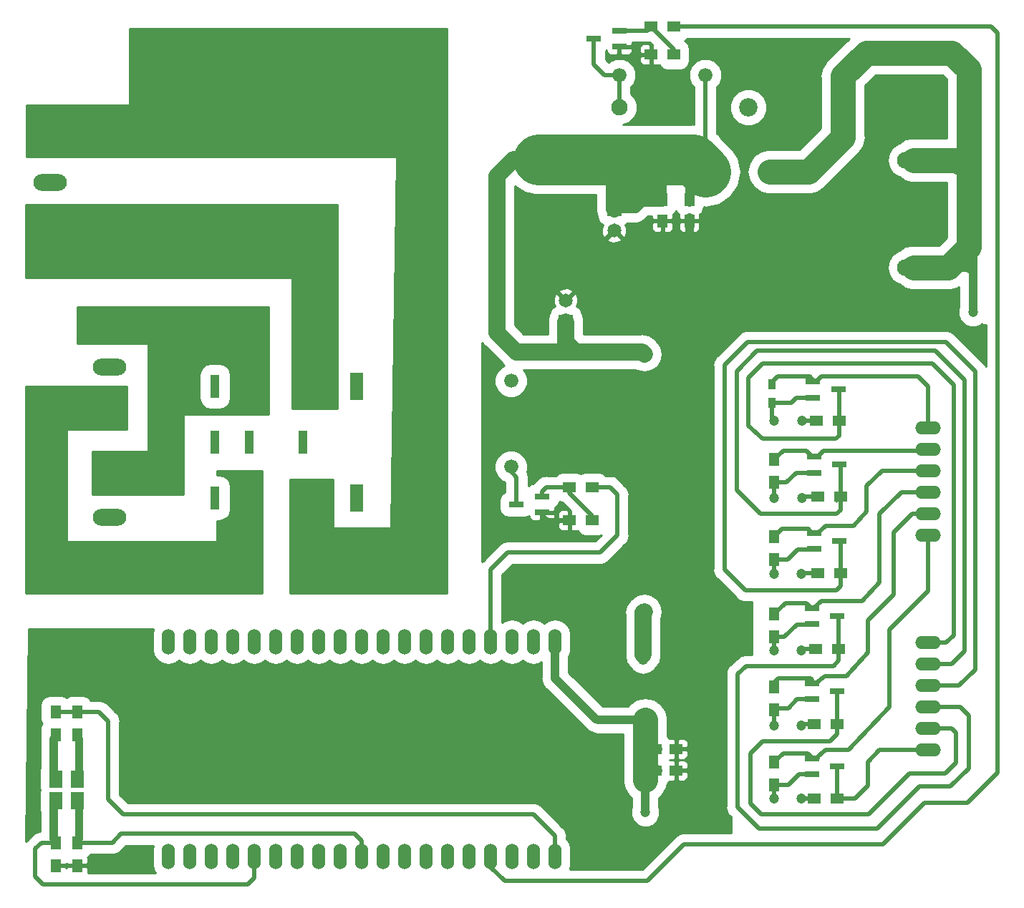
<source format=gbr>
G04 #@! TF.GenerationSoftware,KiCad,Pcbnew,(5.0.0)*
G04 #@! TF.CreationDate,2019-01-25T09:41:45+01:00*
G04 #@! TF.ProjectId,cosi_pwr,636F73695F7077722E6B696361645F70,0.1*
G04 #@! TF.SameCoordinates,Original*
G04 #@! TF.FileFunction,Copper,L2,Bot,Signal*
G04 #@! TF.FilePolarity,Positive*
%FSLAX46Y46*%
G04 Gerber Fmt 4.6, Leading zero omitted, Abs format (unit mm)*
G04 Created by KiCad (PCBNEW (5.0.0)) date 01/25/19 09:41:45*
%MOMM*%
%LPD*%
G01*
G04 APERTURE LIST*
G04 #@! TA.AperFunction,SMDPad,CuDef*
%ADD10R,1.500000X1.300000*%
G04 #@! TD*
G04 #@! TA.AperFunction,SMDPad,CuDef*
%ADD11R,1.300000X1.500000*%
G04 #@! TD*
G04 #@! TA.AperFunction,ComponentPad*
%ADD12C,2.540000*%
G04 #@! TD*
G04 #@! TA.AperFunction,ComponentPad*
%ADD13R,1.000000X2.700000*%
G04 #@! TD*
G04 #@! TA.AperFunction,ComponentPad*
%ADD14R,1.500000X3.200000*%
G04 #@! TD*
G04 #@! TA.AperFunction,ComponentPad*
%ADD15C,1.676400*%
G04 #@! TD*
G04 #@! TA.AperFunction,ComponentPad*
%ADD16R,1.651000X1.651000*%
G04 #@! TD*
G04 #@! TA.AperFunction,ComponentPad*
%ADD17C,1.651000*%
G04 #@! TD*
G04 #@! TA.AperFunction,ComponentPad*
%ADD18O,1.524000X3.048000*%
G04 #@! TD*
G04 #@! TA.AperFunction,ComponentPad*
%ADD19R,1.524000X2.000000*%
G04 #@! TD*
G04 #@! TA.AperFunction,ComponentPad*
%ADD20O,3.048000X1.524000*%
G04 #@! TD*
G04 #@! TA.AperFunction,ComponentPad*
%ADD21C,1.506220*%
G04 #@! TD*
G04 #@! TA.AperFunction,ComponentPad*
%ADD22O,1.206500X2.415540*%
G04 #@! TD*
G04 #@! TA.AperFunction,ComponentPad*
%ADD23O,3.962400X1.981200*%
G04 #@! TD*
G04 #@! TA.AperFunction,ComponentPad*
%ADD24C,1.930400*%
G04 #@! TD*
G04 #@! TA.AperFunction,ComponentPad*
%ADD25C,2.181860*%
G04 #@! TD*
G04 #@! TA.AperFunction,SMDPad,CuDef*
%ADD26R,1.500000X1.250000*%
G04 #@! TD*
G04 #@! TA.AperFunction,SMDPad,CuDef*
%ADD27R,1.250000X1.500000*%
G04 #@! TD*
G04 #@! TA.AperFunction,SMDPad,CuDef*
%ADD28R,1.800860X0.800100*%
G04 #@! TD*
G04 #@! TA.AperFunction,SMDPad,CuDef*
%ADD29R,0.900000X1.200000*%
G04 #@! TD*
G04 #@! TA.AperFunction,ViaPad*
%ADD30C,1.200000*%
G04 #@! TD*
G04 #@! TA.AperFunction,Conductor*
%ADD31C,1.000000*%
G04 #@! TD*
G04 #@! TA.AperFunction,Conductor*
%ADD32C,0.500000*%
G04 #@! TD*
G04 #@! TA.AperFunction,Conductor*
%ADD33C,2.000000*%
G04 #@! TD*
G04 #@! TA.AperFunction,Conductor*
%ADD34C,0.250000*%
G04 #@! TD*
G04 #@! TA.AperFunction,Conductor*
%ADD35C,6.000000*%
G04 #@! TD*
G04 #@! TA.AperFunction,Conductor*
%ADD36C,3.000000*%
G04 #@! TD*
G04 #@! TA.AperFunction,Conductor*
%ADD37C,0.300000*%
G04 #@! TD*
G04 #@! TA.AperFunction,Conductor*
%ADD38C,0.254000*%
G04 #@! TD*
G04 APERTURE END LIST*
D10*
G04 #@! TO.P,R1,1*
G04 #@! TO.N,/BANK2_15*
X137748000Y-94488000D03*
G04 #@! TO.P,R1,2*
G04 #@! TO.N,/N$1*
X135048000Y-94488000D03*
G04 #@! TD*
G04 #@! TO.P,R2,1*
G04 #@! TO.N,GND*
X135048000Y-98425000D03*
G04 #@! TO.P,R2,2*
G04 #@! TO.N,/N$1*
X137748000Y-98425000D03*
G04 #@! TD*
G04 #@! TO.P,R5,1*
G04 #@! TO.N,/BANK1_15*
X147400000Y-40005000D03*
G04 #@! TO.P,R5,2*
G04 #@! TO.N,/N$14*
X144700000Y-40005000D03*
G04 #@! TD*
G04 #@! TO.P,R6,1*
G04 #@! TO.N,GND*
X144700000Y-43307000D03*
G04 #@! TO.P,R6,2*
G04 #@! TO.N,/N$14*
X147400000Y-43307000D03*
G04 #@! TD*
D11*
G04 #@! TO.P,R7,1*
G04 #@! TO.N,/SW_Y+_L*
X159258000Y-100377000D03*
G04 #@! TO.P,R7,2*
G04 #@! TO.N,+5V*
X159258000Y-103077000D03*
G04 #@! TD*
D10*
G04 #@! TO.P,R8,1*
G04 #@! TO.N,/SW_Y+_H*
X167085000Y-104648000D03*
G04 #@! TO.P,R8,2*
G04 #@! TO.N,VCC_+12V*
X164385000Y-104648000D03*
G04 #@! TD*
G04 #@! TO.P,R12,1*
G04 #@! TO.N,/SW_X+_H*
X166958000Y-86614000D03*
G04 #@! TO.P,R12,2*
G04 #@! TO.N,VCC_+12V*
X164258000Y-86614000D03*
G04 #@! TD*
D11*
G04 #@! TO.P,R13,1*
G04 #@! TO.N,/SW_X-_L*
X159258000Y-91233000D03*
G04 #@! TO.P,R13,2*
G04 #@! TO.N,+5V*
X159258000Y-93933000D03*
G04 #@! TD*
D10*
G04 #@! TO.P,R14,1*
G04 #@! TO.N,/SW_X-_H*
X167085000Y-95631000D03*
G04 #@! TO.P,R14,2*
G04 #@! TO.N,VCC_+12V*
X164385000Y-95631000D03*
G04 #@! TD*
D11*
G04 #@! TO.P,R15,1*
G04 #@! TO.N,/SW_Y-_L*
X159258000Y-109521000D03*
G04 #@! TO.P,R15,2*
G04 #@! TO.N,+5V*
X159258000Y-112221000D03*
G04 #@! TD*
G04 #@! TO.P,R17,1*
G04 #@! TO.N,/SW_Z+_L*
X159258000Y-118157000D03*
G04 #@! TO.P,R17,2*
G04 #@! TO.N,+5V*
X159258000Y-120857000D03*
G04 #@! TD*
G04 #@! TO.P,R19,1*
G04 #@! TO.N,/SW_Z-_L*
X159258000Y-127047000D03*
G04 #@! TO.P,R19,2*
G04 #@! TO.N,+5V*
X159258000Y-129747000D03*
G04 #@! TD*
D10*
G04 #@! TO.P,R20,1*
G04 #@! TO.N,/SW_Z-_H*
X166704000Y-131318000D03*
G04 #@! TO.P,R20,2*
G04 #@! TO.N,VCC_+12V*
X164004000Y-131318000D03*
G04 #@! TD*
D11*
G04 #@! TO.P,R21,1*
G04 #@! TO.N,GND*
X74295000Y-139272000D03*
G04 #@! TO.P,R21,2*
G04 #@! TO.N,/BANK1_4*
X74295000Y-136572000D03*
G04 #@! TD*
G04 #@! TO.P,R22,1*
G04 #@! TO.N,GND*
X76835000Y-139272000D03*
G04 #@! TO.P,R22,2*
G04 #@! TO.N,/BANK1_9*
X76835000Y-136572000D03*
G04 #@! TD*
G04 #@! TO.P,R9,1*
G04 #@! TO.N,/N$19*
X76835000Y-123778000D03*
G04 #@! TO.P,R9,2*
G04 #@! TO.N,+3V3*
X76835000Y-121078000D03*
G04 #@! TD*
G04 #@! TO.P,R10,1*
G04 #@! TO.N,/N$20*
X74295000Y-123778000D03*
G04 #@! TO.P,R10,2*
G04 #@! TO.N,+3V3*
X74295000Y-121078000D03*
G04 #@! TD*
D10*
G04 #@! TO.P,R18,1*
G04 #@! TO.N,/SW_Z+_H*
X166704000Y-122555000D03*
G04 #@! TO.P,R18,2*
G04 #@! TO.N,VCC_+12V*
X164004000Y-122555000D03*
G04 #@! TD*
G04 #@! TO.P,R16,1*
G04 #@! TO.N,/SW_Y-_H*
X166831000Y-113665000D03*
G04 #@! TO.P,R16,2*
G04 #@! TO.N,VCC_+12V*
X164131000Y-113665000D03*
G04 #@! TD*
D12*
G04 #@! TO.P,U1,AC/N*
G04 #@! TO.N,/AC_N*
X86420960Y-63738760D03*
G04 #@! TO.P,U1,AC/L*
G04 #@! TO.N,/AC_L*
X86420960Y-42941240D03*
G04 #@! TO.P,U1,V+*
G04 #@! TO.N,+12V*
X131419600Y-55737760D03*
G04 #@! TO.P,U1,V-*
G04 #@! TO.N,GND*
X131419600Y-63738760D03*
G04 #@! TD*
D13*
G04 #@! TO.P,K1,11*
G04 #@! TO.N,/AC_N*
X103505000Y-82555080D03*
G04 #@! TO.P,K1,12*
G04 #@! TO.N,Net-(K1-Pad12)*
X93157040Y-82555080D03*
G04 #@! TO.P,K1,14*
G04 #@! TO.N,Net-(K1-Pad14)*
X97155000Y-82555080D03*
G04 #@! TO.P,K1,21*
G04 #@! TO.N,Net-(K1-Pad21)*
X103505000Y-89154000D03*
G04 #@! TO.P,K1,22*
G04 #@! TO.N,Net-(K1-Pad22)*
X93157040Y-89154000D03*
G04 #@! TO.P,K1,24*
G04 #@! TO.N,Net-(K1-Pad24)*
X97155000Y-89154000D03*
G04 #@! TO.P,K1,31*
G04 #@! TO.N,/AC_L*
X103505000Y-95752920D03*
G04 #@! TO.P,K1,32*
G04 #@! TO.N,Net-(K1-Pad32)*
X93157040Y-95752920D03*
G04 #@! TO.P,K1,34*
G04 #@! TO.N,Net-(K1-Pad34)*
X97155000Y-95752920D03*
D14*
G04 #@! TO.P,K1,A1*
G04 #@! TO.N,VCC_+12V*
X109855000Y-82555080D03*
G04 #@! TO.P,K1,A2*
G04 #@! TO.N,/N$2*
X109855000Y-95752920D03*
G04 #@! TD*
D15*
G04 #@! TO.P,D1,A*
G04 #@! TO.N,/N$2*
X128143000Y-92075000D03*
G04 #@! TO.P,D1,C*
G04 #@! TO.N,VCC_+12V*
X128143000Y-81915000D03*
G04 #@! TD*
D16*
G04 #@! TO.P,C1,1*
G04 #@! TO.N,+12V*
X140335000Y-61595000D03*
D17*
G04 #@! TO.P,C1,2*
G04 #@! TO.N,GND*
X140335000Y-64135000D03*
G04 #@! TD*
D16*
G04 #@! TO.P,C5,1*
G04 #@! TO.N,+12V*
X134620000Y-74930000D03*
D17*
G04 #@! TO.P,C5,2*
G04 #@! TO.N,GND*
X134620000Y-72390000D03*
G04 #@! TD*
D18*
G04 #@! TO.P,IO1,1*
G04 #@! TO.N,/BANK2_0*
X87630000Y-112776000D03*
G04 #@! TO.P,IO1,2*
G04 #@! TO.N,/BANK2_1*
X90170000Y-112776000D03*
G04 #@! TO.P,IO1,3*
G04 #@! TO.N,/BANK2_2*
X92710000Y-112776000D03*
G04 #@! TO.P,IO1,4*
G04 #@! TO.N,/BANK2_3*
X95250000Y-112776000D03*
G04 #@! TO.P,IO1,5*
G04 #@! TO.N,/BANK2_4*
X97790000Y-112776000D03*
G04 #@! TO.P,IO1,6*
G04 #@! TO.N,/BANK2_5*
X100330000Y-112776000D03*
G04 #@! TO.P,IO1,7*
G04 #@! TO.N,/BANK2_6*
X102870000Y-112776000D03*
G04 #@! TO.P,IO1,8*
G04 #@! TO.N,/BANK2_7*
X105410000Y-112776000D03*
G04 #@! TO.P,IO1,9*
G04 #@! TO.N,/BANK2_8*
X107950000Y-112776000D03*
G04 #@! TO.P,IO1,10*
G04 #@! TO.N,/BANK2_9*
X110490000Y-112776000D03*
G04 #@! TO.P,IO1,11*
G04 #@! TO.N,/BANK2_10*
X113030000Y-112776000D03*
G04 #@! TO.P,IO1,12*
G04 #@! TO.N,/BANK2_11*
X115570000Y-112776000D03*
G04 #@! TO.P,IO1,13*
G04 #@! TO.N,/BANK2_12*
X118110000Y-112776000D03*
G04 #@! TO.P,IO1,14*
G04 #@! TO.N,/BANK2_13*
X120650000Y-112776000D03*
G04 #@! TO.P,IO1,15*
G04 #@! TO.N,/BANK2_14*
X123190000Y-112776000D03*
G04 #@! TO.P,IO1,16*
G04 #@! TO.N,/BANK2_15*
X125730000Y-112776000D03*
G04 #@! TO.P,IO1,17*
G04 #@! TO.N,/BANK2_16*
X128270000Y-112776000D03*
G04 #@! TO.P,IO1,18*
G04 #@! TO.N,/BANK2_VCC*
X130810000Y-112776000D03*
G04 #@! TO.P,IO1,19*
G04 #@! TO.N,+5V*
X133350000Y-112776000D03*
G04 #@! TO.P,IO1,20*
G04 #@! TO.N,GND*
X135890000Y-112776000D03*
G04 #@! TD*
G04 #@! TO.P,IO2,1*
G04 #@! TO.N,/BANK1_0*
X87630000Y-138176000D03*
G04 #@! TO.P,IO2,2*
G04 #@! TO.N,/BANK1_1*
X90170000Y-138176000D03*
G04 #@! TO.P,IO2,3*
G04 #@! TO.N,/BANK1_2*
X92710000Y-138176000D03*
G04 #@! TO.P,IO2,4*
G04 #@! TO.N,/BANK1_3*
X95250000Y-138176000D03*
G04 #@! TO.P,IO2,5*
G04 #@! TO.N,/BANK1_4*
X97790000Y-138176000D03*
G04 #@! TO.P,IO2,6*
G04 #@! TO.N,/BANK1_5*
X100330000Y-138176000D03*
G04 #@! TO.P,IO2,7*
G04 #@! TO.N,/BANK1_6*
X102870000Y-138176000D03*
G04 #@! TO.P,IO2,8*
G04 #@! TO.N,/BANK1_7*
X105410000Y-138176000D03*
G04 #@! TO.P,IO2,9*
G04 #@! TO.N,/BANK1_8*
X107950000Y-138176000D03*
G04 #@! TO.P,IO2,10*
G04 #@! TO.N,/BANK1_9*
X110490000Y-138176000D03*
G04 #@! TO.P,IO2,11*
G04 #@! TO.N,/BANK1_10*
X113030000Y-138176000D03*
G04 #@! TO.P,IO2,12*
G04 #@! TO.N,/BANK1_11*
X115570000Y-138176000D03*
G04 #@! TO.P,IO2,13*
G04 #@! TO.N,/BANK1_12*
X118110000Y-138176000D03*
G04 #@! TO.P,IO2,14*
G04 #@! TO.N,/BANK1_13*
X120650000Y-138176000D03*
G04 #@! TO.P,IO2,15*
G04 #@! TO.N,/BANK1_14*
X123190000Y-138176000D03*
G04 #@! TO.P,IO2,16*
G04 #@! TO.N,/BANK1_15*
X125730000Y-138176000D03*
G04 #@! TO.P,IO2,17*
G04 #@! TO.N,/BANK1_VCC*
X128270000Y-138176000D03*
G04 #@! TO.P,IO2,18*
G04 #@! TO.N,/+1.8V*
X130810000Y-138176000D03*
G04 #@! TO.P,IO2,19*
G04 #@! TO.N,+3V3*
X133350000Y-138176000D03*
G04 #@! TO.P,IO2,20*
G04 #@! TO.N,GND*
X135890000Y-138176000D03*
G04 #@! TD*
D19*
G04 #@! TO.P,JP1,1*
G04 #@! TO.N,/N$19*
X76835000Y-129032000D03*
G04 #@! TO.P,JP1,2*
G04 #@! TO.N,/BANK1_9*
X76835000Y-131572000D03*
G04 #@! TO.P,JP1,3*
G04 #@! TO.N,/N$20*
X74295000Y-129032000D03*
G04 #@! TO.P,JP1,4*
G04 #@! TO.N,/BANK1_4*
X74295000Y-131572000D03*
G04 #@! TD*
D20*
G04 #@! TO.P,JP2,1*
G04 #@! TO.N,/SW_X+_L*
X177419000Y-87439500D03*
G04 #@! TO.P,JP2,2*
G04 #@! TO.N,/SW_X-_L*
X177419000Y-89979500D03*
G04 #@! TO.P,JP2,3*
G04 #@! TO.N,/SW_Y+_L*
X177419000Y-92519500D03*
G04 #@! TO.P,JP2,4*
G04 #@! TO.N,/SW_Y-_L*
X177419000Y-95059500D03*
G04 #@! TO.P,JP2,5*
G04 #@! TO.N,/SW_Z+_L*
X177419000Y-97599500D03*
G04 #@! TO.P,JP2,6*
G04 #@! TO.N,/SW_Z-_L*
X177419000Y-100139500D03*
G04 #@! TD*
G04 #@! TO.P,JP3,1*
G04 #@! TO.N,/SW_X+_H*
X177419000Y-112903000D03*
G04 #@! TO.P,JP3,2*
G04 #@! TO.N,/SW_X-_H*
X177419000Y-115443000D03*
G04 #@! TO.P,JP3,3*
G04 #@! TO.N,/SW_Y+_H*
X177419000Y-117983000D03*
G04 #@! TO.P,JP3,4*
G04 #@! TO.N,/SW_Y-_H*
X177419000Y-120523000D03*
G04 #@! TO.P,JP3,5*
G04 #@! TO.N,/SW_Z+_H*
X177419000Y-123063000D03*
G04 #@! TO.P,JP3,6*
G04 #@! TO.N,/SW_Z-_H*
X177419000Y-125603000D03*
G04 #@! TD*
D21*
G04 #@! TO.P,L1,P$1*
G04 #@! TO.N,+12V*
X143891000Y-78740000D03*
G04 #@! TO.P,L1,P$2*
G04 #@! TO.N,/N$4*
X143891000Y-109220000D03*
G04 #@! TD*
D22*
G04 #@! TO.P,U2,1*
G04 #@! TO.N,GND*
X151384000Y-114300000D03*
G04 #@! TO.P,U2,4*
G04 #@! TO.N,/N$4*
X143764000Y-114300000D03*
G04 #@! TO.P,U2,5*
G04 #@! TO.N,+5V*
X143764000Y-121920000D03*
G04 #@! TO.P,U2,7*
G04 #@! TO.N,GND*
X148844000Y-121920000D03*
G04 #@! TD*
D23*
G04 #@! TO.P,X1,1*
G04 #@! TO.N,/AC_L*
X73660000Y-53416200D03*
G04 #@! TO.P,X1,2*
G04 #@! TO.N,PE*
X73660000Y-58420000D03*
G04 #@! TO.P,X1,3*
G04 #@! TO.N,/AC_N*
X73660000Y-63423800D03*
G04 #@! TD*
G04 #@! TO.P,X2,1*
G04 #@! TO.N,Net-(K1-Pad34)*
X80645000Y-103047800D03*
G04 #@! TO.P,X2,2*
G04 #@! TO.N,PE*
X80645000Y-98044000D03*
G04 #@! TO.P,X2,3*
G04 #@! TO.N,Net-(K1-Pad14)*
X80645000Y-93040200D03*
G04 #@! TD*
G04 #@! TO.P,X3,1*
G04 #@! TO.N,Net-(K1-Pad34)*
X80645000Y-85267800D03*
G04 #@! TO.P,X3,2*
G04 #@! TO.N,PE*
X80645000Y-80264000D03*
G04 #@! TO.P,X3,3*
G04 #@! TO.N,Net-(K1-Pad14)*
X80645000Y-75260200D03*
G04 #@! TD*
G04 #@! TO.P,X4,1*
G04 #@! TO.N,VCC_+12V*
X175768000Y-43078400D03*
G04 #@! TO.P,X4,2*
G04 #@! TO.N,GND*
X175768000Y-48107600D03*
G04 #@! TD*
G04 #@! TO.P,X5,1*
G04 #@! TO.N,VCC_+12V*
X175768000Y-55778400D03*
G04 #@! TO.P,X5,2*
G04 #@! TO.N,GND*
X175768000Y-60807600D03*
G04 #@! TD*
G04 #@! TO.P,X6,1*
G04 #@! TO.N,VCC_+12V*
X175768000Y-68478400D03*
G04 #@! TO.P,X6,2*
G04 #@! TO.N,GND*
X175768000Y-73507600D03*
G04 #@! TD*
D24*
G04 #@! TO.P,K2,1*
G04 #@! TO.N,+12V*
X140970000Y-57150000D03*
D25*
G04 #@! TO.P,K2,2*
X151130000Y-57150000D03*
G04 #@! TO.P,K2,3*
G04 #@! TO.N,VCC_+12V*
X158750000Y-57150000D03*
G04 #@! TO.P,K2,4*
G04 #@! TO.N,Net-(K2-Pad4)*
X156210000Y-49530000D03*
D24*
G04 #@! TO.P,K2,5*
G04 #@! TO.N,/N$15*
X140970000Y-49530000D03*
G04 #@! TD*
D15*
G04 #@! TO.P,D2,A*
G04 #@! TO.N,/N$15*
X140970000Y-45720000D03*
G04 #@! TO.P,D2,C*
G04 #@! TO.N,+12V*
X151130000Y-45720000D03*
G04 #@! TD*
D26*
G04 #@! TO.P,C7,1*
G04 #@! TO.N,+5V*
X145181000Y-125476000D03*
G04 #@! TO.P,C7,2*
G04 #@! TO.N,GND*
X147681000Y-125476000D03*
G04 #@! TD*
G04 #@! TO.P,C6,1*
G04 #@! TO.N,+5V*
X145181000Y-128016000D03*
G04 #@! TO.P,C6,2*
G04 #@! TO.N,GND*
X147681000Y-128016000D03*
G04 #@! TD*
D27*
G04 #@! TO.P,C3,1*
G04 #@! TO.N,+12V*
X146050000Y-60472000D03*
G04 #@! TO.P,C3,2*
G04 #@! TO.N,GND*
X146050000Y-62972000D03*
G04 #@! TD*
G04 #@! TO.P,C2,1*
G04 #@! TO.N,+12V*
X149225000Y-60472000D03*
G04 #@! TO.P,C2,2*
G04 #@! TO.N,GND*
X149225000Y-62972000D03*
G04 #@! TD*
D28*
G04 #@! TO.P,U5,1*
G04 #@! TO.N,/N$14*
X140947140Y-40452000D03*
G04 #@! TO.P,U5,2*
G04 #@! TO.N,GND*
X140947140Y-42352000D03*
G04 #@! TO.P,U5,3*
G04 #@! TO.N,/N$15*
X137944860Y-41402000D03*
G04 #@! TD*
G04 #@! TO.P,U11,1*
G04 #@! TO.N,+5V*
X163725860Y-128458000D03*
G04 #@! TO.P,U11,2*
G04 #@! TO.N,/SW_Z-_L*
X163725860Y-126558000D03*
G04 #@! TO.P,U11,3*
G04 #@! TO.N,/SW_Z-_H*
X166728140Y-127508000D03*
G04 #@! TD*
G04 #@! TO.P,U10,1*
G04 #@! TO.N,+5V*
X163725860Y-119568000D03*
G04 #@! TO.P,U10,2*
G04 #@! TO.N,/SW_Z+_L*
X163725860Y-117668000D03*
G04 #@! TO.P,U10,3*
G04 #@! TO.N,/SW_Z+_H*
X166728140Y-118618000D03*
G04 #@! TD*
G04 #@! TO.P,U9,1*
G04 #@! TO.N,+5V*
X163725860Y-110678000D03*
G04 #@! TO.P,U9,2*
G04 #@! TO.N,/SW_Y-_L*
X163725860Y-108778000D03*
G04 #@! TO.P,U9,3*
G04 #@! TO.N,/SW_Y-_H*
X166728140Y-109728000D03*
G04 #@! TD*
G04 #@! TO.P,U8,1*
G04 #@! TO.N,+5V*
X163979860Y-92771000D03*
G04 #@! TO.P,U8,2*
G04 #@! TO.N,/SW_X-_L*
X163979860Y-90871000D03*
G04 #@! TO.P,U8,3*
G04 #@! TO.N,/SW_X-_H*
X166982140Y-91821000D03*
G04 #@! TD*
G04 #@! TO.P,U7,1*
G04 #@! TO.N,+5V*
X163852860Y-83881000D03*
G04 #@! TO.P,U7,2*
G04 #@! TO.N,/SW_X+_L*
X163852860Y-81981000D03*
G04 #@! TO.P,U7,3*
G04 #@! TO.N,/SW_X+_H*
X166855140Y-82931000D03*
G04 #@! TD*
G04 #@! TO.P,U6,1*
G04 #@! TO.N,+5V*
X163979860Y-101788000D03*
G04 #@! TO.P,U6,2*
G04 #@! TO.N,/SW_Y+_L*
X163979860Y-99888000D03*
G04 #@! TO.P,U6,3*
G04 #@! TO.N,/SW_Y+_H*
X166982140Y-100838000D03*
G04 #@! TD*
G04 #@! TO.P,U3,1*
G04 #@! TO.N,/N$1*
X131803140Y-95570000D03*
G04 #@! TO.P,U3,2*
G04 #@! TO.N,GND*
X131803140Y-97470000D03*
G04 #@! TO.P,U3,3*
G04 #@! TO.N,/N$2*
X128800860Y-96520000D03*
G04 #@! TD*
D29*
G04 #@! TO.P,R11,1*
G04 #@! TO.N,/SW_X+_L*
X159004000Y-82339000D03*
G04 #@! TO.P,R11,2*
G04 #@! TO.N,+5V*
X159004000Y-84539000D03*
G04 #@! TD*
D30*
G04 #@! TO.N,GND*
X135890000Y-108712000D03*
X80264000Y-139319000D03*
X141605000Y-138176000D03*
X149098000Y-67310000D03*
G04 #@! TO.N,+5V*
X159258000Y-86614000D03*
X159258000Y-95758000D03*
X159258000Y-122682000D03*
X159258000Y-131318000D03*
X144018000Y-132969000D03*
X159258000Y-113792000D03*
X159258000Y-104775000D03*
G04 #@! TO.N,VCC_+12V*
X162560000Y-86614000D03*
X162560000Y-95758000D03*
X162433000Y-113792000D03*
X162433000Y-122682000D03*
X162433000Y-131318000D03*
X162433000Y-104775000D03*
X182753000Y-73787000D03*
G04 #@! TD*
D31*
G04 #@! TO.N,GND*
X135890000Y-112776000D02*
X135890000Y-108712000D01*
D32*
X131803140Y-97470000D02*
X131803140Y-97767140D01*
X131803140Y-97767140D02*
X132461000Y-98425000D01*
X132461000Y-98425000D02*
X135048000Y-98425000D01*
X74295000Y-139272000D02*
X76835000Y-139272000D01*
X76835000Y-139272000D02*
X76882000Y-139319000D01*
X76882000Y-139319000D02*
X80264000Y-139319000D01*
D31*
X135890000Y-138176000D02*
X141605000Y-138176000D01*
X149225000Y-62621160D02*
X149225000Y-67183000D01*
X149225000Y-67183000D02*
X149098000Y-67310000D01*
D33*
X131419600Y-63738760D02*
X131429760Y-63738760D01*
D34*
X135549640Y-98425000D02*
X134543800Y-98425000D01*
X145196560Y-43301920D02*
X145201640Y-43307000D01*
D32*
G04 #@! TO.N,+12V*
X151130000Y-57150000D02*
X151130000Y-45720000D01*
D31*
X140335000Y-60706000D02*
X145933160Y-60706000D01*
X145933160Y-60706000D02*
X146050000Y-60822840D01*
X140335000Y-59944000D02*
X146050000Y-59944000D01*
X140335000Y-59055000D02*
X145415000Y-59055000D01*
X145415000Y-59055000D02*
X146050000Y-58420000D01*
X140335000Y-61595000D02*
X142875000Y-61595000D01*
X143647160Y-60822840D02*
X146050000Y-60822840D01*
X142875000Y-61595000D02*
X143647160Y-60822840D01*
X146050000Y-60822840D02*
X146050000Y-59944000D01*
X146050000Y-59944000D02*
X146050000Y-58420000D01*
X146050000Y-58420000D02*
X146050000Y-55737760D01*
X146050000Y-55737760D02*
X146304000Y-55737760D01*
X149225000Y-60822840D02*
X149225000Y-59055000D01*
X149225000Y-59055000D02*
X151130000Y-57150000D01*
D33*
X140335000Y-61595000D02*
X140335000Y-60706000D01*
X140335000Y-60706000D02*
X140335000Y-59944000D01*
X140335000Y-59944000D02*
X140335000Y-59055000D01*
X140335000Y-59055000D02*
X140335000Y-57785000D01*
X140335000Y-57785000D02*
X140970000Y-57150000D01*
X134620000Y-74930000D02*
X134620000Y-77343000D01*
X134620000Y-77343000D02*
X135763000Y-78486000D01*
X131419600Y-55737760D02*
X128412240Y-55737760D01*
X128778000Y-78486000D02*
X135763000Y-78486000D01*
X135763000Y-78486000D02*
X143637000Y-78486000D01*
X126492000Y-76200000D02*
X128778000Y-78486000D01*
X126492000Y-57658000D02*
X126492000Y-76200000D01*
X128412240Y-55737760D02*
X126492000Y-57658000D01*
X143637000Y-78486000D02*
X143891000Y-78740000D01*
D35*
X131419600Y-55737760D02*
X146304000Y-55737760D01*
D31*
X140335000Y-57785000D02*
X140970000Y-57150000D01*
X140335000Y-57785000D02*
X140970000Y-57150000D01*
D35*
X146304000Y-55737760D02*
X149717760Y-55737760D01*
X149717760Y-55737760D02*
X151130000Y-57150000D01*
D31*
X140335000Y-57785000D02*
X140970000Y-57150000D01*
D34*
X131561840Y-55880000D02*
X131419600Y-55737760D01*
D32*
G04 #@! TO.N,+5V*
X163725860Y-128458000D02*
X162245000Y-128458000D01*
X160956000Y-129747000D02*
X159258000Y-129747000D01*
X162245000Y-128458000D02*
X160956000Y-129747000D01*
X163725860Y-119568000D02*
X161991000Y-119568000D01*
X160909000Y-120650000D02*
X159465000Y-120650000D01*
X161991000Y-119568000D02*
X160909000Y-120650000D01*
X159465000Y-120650000D02*
X159258000Y-120857000D01*
X159004000Y-86360000D02*
X159258000Y-86614000D01*
X159004000Y-86360000D02*
X159004000Y-84539000D01*
X159258000Y-95758000D02*
X159258000Y-93933000D01*
X159258000Y-122682000D02*
X159258000Y-120857000D01*
D31*
X144018000Y-129159000D02*
X144018000Y-132969000D01*
D32*
X159258000Y-131445000D02*
X159258000Y-131318000D01*
X159258000Y-131445000D02*
X159258000Y-129747000D01*
X159258000Y-112221000D02*
X159258000Y-113792000D01*
X159258000Y-103077000D02*
X159258000Y-104775000D01*
X159258000Y-112221000D02*
X160448000Y-112221000D01*
X161925000Y-110744000D02*
X163659860Y-110744000D01*
X160448000Y-112221000D02*
X161925000Y-110744000D01*
X163659860Y-110744000D02*
X163725860Y-110678000D01*
X159258000Y-103077000D02*
X160862000Y-103077000D01*
X162085000Y-101854000D02*
X163913860Y-101854000D01*
X160862000Y-103077000D02*
X162085000Y-101854000D01*
X163913860Y-101854000D02*
X163979860Y-101788000D01*
X159258000Y-93933000D02*
X160702000Y-93933000D01*
X160702000Y-93933000D02*
X161864000Y-92771000D01*
X161864000Y-92771000D02*
X163979860Y-92771000D01*
X159004000Y-84539000D02*
X161247000Y-84539000D01*
X161247000Y-84539000D02*
X161905000Y-83881000D01*
X161905000Y-83881000D02*
X163852860Y-83881000D01*
D31*
X144018000Y-122047000D02*
X138430000Y-122047000D01*
X138176000Y-121920000D02*
X133350000Y-117094000D01*
X133350000Y-117094000D02*
X133350000Y-112776000D01*
D36*
X144018000Y-122047000D02*
X144018000Y-129159000D01*
D31*
X144018000Y-125476000D02*
X144018000Y-129159000D01*
D32*
X164127180Y-128356360D02*
X164228780Y-128457960D01*
D31*
X145531840Y-125476000D02*
X144018000Y-125476000D01*
X143764000Y-125603000D02*
X144018000Y-125603000D01*
X143891000Y-125603000D02*
X143764000Y-125603000D01*
X144018000Y-125476000D02*
X143891000Y-125603000D01*
X144018000Y-122047000D02*
X144018000Y-125603000D01*
X144018000Y-125603000D02*
X144018000Y-126502160D01*
X144018000Y-126502160D02*
X145531840Y-128016000D01*
D34*
X159359600Y-129346960D02*
X159258000Y-129245360D01*
X159359600Y-120456960D02*
X159258000Y-120355360D01*
X159359600Y-111820960D02*
X159258000Y-111719360D01*
X159359600Y-93532960D02*
X159258000Y-93431360D01*
X159105600Y-84388960D02*
X159004000Y-84287360D01*
X159359600Y-102676960D02*
X159258000Y-102575360D01*
D32*
G04 #@! TO.N,+3V3*
X133350000Y-138176000D02*
X133350000Y-135763000D01*
X79422000Y-121078000D02*
X76835000Y-121078000D01*
X80518000Y-122174000D02*
X79422000Y-121078000D01*
X80518000Y-131445000D02*
X80518000Y-122174000D01*
X82296000Y-133223000D02*
X80518000Y-131445000D01*
X130810000Y-133223000D02*
X82296000Y-133223000D01*
X133350000Y-135763000D02*
X130810000Y-133223000D01*
X76835000Y-121078000D02*
X74295000Y-121078000D01*
D31*
G04 #@! TO.N,VCC_+12V*
X182753000Y-73787000D02*
X182753000Y-66548000D01*
X182753000Y-66548000D02*
X182245000Y-66040000D01*
D36*
X175768000Y-55778400D02*
X182245000Y-55778400D01*
X181356000Y-56134000D02*
X182245000Y-56134000D01*
X181889400Y-56134000D02*
X181356000Y-56134000D01*
X182245000Y-55778400D02*
X181889400Y-56134000D01*
X175768000Y-43078400D02*
X180238400Y-43078400D01*
X179806600Y-68478400D02*
X175768000Y-68478400D01*
X182245000Y-66040000D02*
X179806600Y-68478400D01*
X182245000Y-45085000D02*
X182245000Y-56134000D01*
X182245000Y-56134000D02*
X182245000Y-66040000D01*
X180238400Y-43078400D02*
X182245000Y-45085000D01*
X158750000Y-57150000D02*
X163322000Y-57150000D01*
X170154600Y-43078400D02*
X175768000Y-43078400D01*
X167386000Y-45847000D02*
X170154600Y-43078400D01*
X167386000Y-53086000D02*
X167386000Y-45847000D01*
X163322000Y-57150000D02*
X167386000Y-53086000D01*
D32*
X164258000Y-86614000D02*
X162560000Y-86614000D01*
X162687000Y-95631000D02*
X162560000Y-95758000D01*
X162687000Y-95631000D02*
X164385000Y-95631000D01*
X162560000Y-113665000D02*
X162433000Y-113792000D01*
X162560000Y-113665000D02*
X164131000Y-113665000D01*
X162560000Y-122555000D02*
X162433000Y-122682000D01*
X164004000Y-122555000D02*
X162560000Y-122555000D01*
X162433000Y-131318000D02*
X164004000Y-131318000D01*
X162560000Y-104648000D02*
X162433000Y-104775000D01*
X162560000Y-104648000D02*
X164385000Y-104648000D01*
D31*
X175768000Y-68478400D02*
X182219600Y-68478400D01*
X182753000Y-69011800D02*
X182753000Y-73787000D01*
X182219600Y-68478400D02*
X182753000Y-69011800D01*
X175768000Y-68478400D02*
X177317400Y-68478400D01*
D32*
G04 #@! TO.N,/N$2*
X128800860Y-96520000D02*
X128800860Y-93322140D01*
X128800860Y-93322140D02*
X128143000Y-92664280D01*
X128143000Y-92664280D02*
X128143000Y-92075000D01*
X128038860Y-92179140D02*
X128143000Y-92075000D01*
G04 #@! TO.N,/N$15*
X140970000Y-45720000D02*
X139192000Y-45720000D01*
X137944860Y-44472860D02*
X137944860Y-41402000D01*
X139192000Y-45720000D02*
X137944860Y-44472860D01*
X140970000Y-49530000D02*
X140970000Y-45720000D01*
D34*
X138493500Y-41447720D02*
X138447780Y-41402000D01*
D32*
G04 #@! TO.N,/BANK2_15*
X137748000Y-94488000D02*
X139827000Y-94488000D01*
X125730000Y-104267000D02*
X125730000Y-112776000D01*
X127762000Y-102235000D02*
X125730000Y-104267000D01*
X138684000Y-102235000D02*
X127762000Y-102235000D01*
X140716000Y-100203000D02*
X138684000Y-102235000D01*
X140716000Y-95377000D02*
X140716000Y-100203000D01*
X139827000Y-94488000D02*
X140716000Y-95377000D01*
D34*
G04 #@! TO.N,/BANK1_0*
X87376000Y-137922000D02*
X87630000Y-138176000D01*
D32*
G04 #@! TO.N,/BANK1_4*
X74295000Y-131572000D02*
X74295000Y-132207000D01*
X74295000Y-132207000D02*
X73850500Y-132651500D01*
X73850500Y-132651500D02*
X73850500Y-136127500D01*
X73850500Y-136127500D02*
X74295000Y-136572000D01*
X74295000Y-136572000D02*
X72597000Y-136572000D01*
X97790000Y-140716000D02*
X97790000Y-138176000D01*
X97028000Y-141478000D02*
X97790000Y-140716000D01*
X72771000Y-141478000D02*
X97028000Y-141478000D01*
X71882000Y-140589000D02*
X72771000Y-141478000D01*
X71882000Y-137287000D02*
X71882000Y-140589000D01*
X72597000Y-136572000D02*
X71882000Y-137287000D01*
X74295000Y-131572000D02*
X74295000Y-136572000D01*
G04 #@! TO.N,/BANK1_9*
X94615000Y-135509000D02*
X109664500Y-135509000D01*
X82042000Y-135509000D02*
X94043500Y-135509000D01*
X94043500Y-135509000D02*
X94615000Y-135509000D01*
X80979000Y-136572000D02*
X82042000Y-135509000D01*
X76835000Y-136572000D02*
X80979000Y-136572000D01*
X110490000Y-136334500D02*
X110490000Y-138176000D01*
X109664500Y-135509000D02*
X110490000Y-136334500D01*
X76835000Y-131572000D02*
X76835000Y-132143500D01*
X76835000Y-132143500D02*
X77279500Y-132588000D01*
X77279500Y-132588000D02*
X77279500Y-136127500D01*
X77279500Y-136127500D02*
X76835000Y-136572000D01*
X76835000Y-131572000D02*
X76835000Y-136572000D01*
G04 #@! TO.N,/BANK1_15*
X125730000Y-138176000D02*
X125730000Y-139446000D01*
X125730000Y-139446000D02*
X127381000Y-141097000D01*
X184912000Y-40005000D02*
X147400000Y-40005000D01*
X185674000Y-40767000D02*
X184912000Y-40005000D01*
X185674000Y-128270000D02*
X185674000Y-40767000D01*
X182118000Y-131826000D02*
X185674000Y-128270000D01*
X177038000Y-131826000D02*
X182118000Y-131826000D01*
X172085000Y-136779000D02*
X177038000Y-131826000D01*
X148590000Y-136779000D02*
X172085000Y-136779000D01*
X144272000Y-141097000D02*
X148590000Y-136779000D01*
X127381000Y-141097000D02*
X144272000Y-141097000D01*
X125730000Y-138176000D02*
X125730000Y-139192000D01*
G04 #@! TO.N,/N$19*
X76835000Y-129032000D02*
X76835000Y-128460500D01*
X76835000Y-128460500D02*
X77279500Y-128016000D01*
X77279500Y-128016000D02*
X77279500Y-124222500D01*
X77279500Y-124222500D02*
X76835000Y-123778000D01*
X76835000Y-123778000D02*
X76835000Y-129032000D01*
G04 #@! TO.N,/N$20*
X74295000Y-129032000D02*
X74295000Y-128524000D01*
X74295000Y-128524000D02*
X73850500Y-128079500D01*
X73850500Y-128079500D02*
X73850500Y-124222500D01*
X73850500Y-124222500D02*
X74295000Y-123778000D01*
X74295000Y-129032000D02*
X74295000Y-128460500D01*
X74295000Y-123778000D02*
X74295000Y-129032000D01*
G04 #@! TO.N,/SW_X+_L*
X163852860Y-81981000D02*
X164272000Y-81981000D01*
X164272000Y-81981000D02*
X164846000Y-81407000D01*
X177419000Y-82550000D02*
X177419000Y-87439500D01*
X176276000Y-81407000D02*
X177419000Y-82550000D01*
X164846000Y-81407000D02*
X176276000Y-81407000D01*
X163852860Y-81981000D02*
X164145000Y-81981000D01*
X163852860Y-81981000D02*
X163852860Y-81810860D01*
X163852860Y-81810860D02*
X163449000Y-81407000D01*
X163449000Y-81407000D02*
X159639000Y-81407000D01*
X159639000Y-81407000D02*
X159004000Y-82042000D01*
X159004000Y-82042000D02*
X159004000Y-82339000D01*
D34*
X164256720Y-82082640D02*
X164355780Y-81983580D01*
D37*
X164256720Y-82082640D02*
X164355780Y-81983580D01*
X159103060Y-82491580D02*
X159004000Y-82590640D01*
D34*
X159103060Y-82491580D02*
X159004000Y-82590640D01*
D32*
G04 #@! TO.N,/SW_X-_L*
X163979860Y-90871000D02*
X164399000Y-90871000D01*
X164399000Y-90871000D02*
X165100000Y-90170000D01*
X165100000Y-90170000D02*
X177228500Y-90170000D01*
X177228500Y-90170000D02*
X177419000Y-89979500D01*
X163979860Y-90871000D02*
X164272000Y-90871000D01*
X163979860Y-90871000D02*
X164145000Y-90871000D01*
X177101500Y-89662000D02*
X177419000Y-89979500D01*
X163979860Y-90871000D02*
X164526000Y-90871000D01*
X163979860Y-90871000D02*
X163769000Y-90871000D01*
X163769000Y-90871000D02*
X163068000Y-90170000D01*
X160321000Y-90170000D02*
X159258000Y-91233000D01*
X163068000Y-90170000D02*
X160321000Y-90170000D01*
X163979860Y-90871000D02*
X163979860Y-90827860D01*
G04 #@! TO.N,/SW_Y+_L*
X163979860Y-99888000D02*
X164399000Y-99888000D01*
X164399000Y-99888000D02*
X165354000Y-99060000D01*
X172021500Y-92519500D02*
X177419000Y-92519500D01*
X170180000Y-94361000D02*
X172021500Y-92519500D01*
X170180000Y-97409000D02*
X170180000Y-94361000D01*
X168656000Y-99060000D02*
X170180000Y-97409000D01*
X165354000Y-99060000D02*
X168656000Y-99060000D01*
X163979860Y-99888000D02*
X163769000Y-99888000D01*
X163769000Y-99888000D02*
X163322000Y-99441000D01*
X163322000Y-99441000D02*
X160194000Y-99441000D01*
X160194000Y-99441000D02*
X159258000Y-100377000D01*
D34*
X159357060Y-100779580D02*
X159258000Y-100878640D01*
D32*
G04 #@! TO.N,/SW_Y-_L*
X163725860Y-108778000D02*
X163891000Y-108778000D01*
X163891000Y-108778000D02*
X164846000Y-107950000D01*
X174307500Y-95059500D02*
X177419000Y-95059500D01*
X171704000Y-97663000D02*
X174307500Y-95059500D01*
X171704000Y-105791000D02*
X171704000Y-97663000D01*
X169672000Y-107950000D02*
X171704000Y-105791000D01*
X164846000Y-107950000D02*
X169672000Y-107950000D01*
X163725860Y-108778000D02*
X164145000Y-108778000D01*
X163725860Y-108778000D02*
X163642000Y-108778000D01*
X163642000Y-108778000D02*
X163068000Y-108204000D01*
X163068000Y-108204000D02*
X160575000Y-108204000D01*
X160575000Y-108204000D02*
X159258000Y-109521000D01*
D34*
X176149000Y-95059500D02*
X177419000Y-95059500D01*
D32*
G04 #@! TO.N,/SW_Z+_L*
X163725860Y-117668000D02*
X164145000Y-117668000D01*
X164145000Y-117668000D02*
X165227000Y-116840000D01*
X175577500Y-97599500D02*
X177419000Y-97599500D01*
X173355000Y-99822000D02*
X175577500Y-97599500D01*
X173355000Y-107188000D02*
X173355000Y-99822000D01*
X170307000Y-110236000D02*
X173355000Y-107188000D01*
X170307000Y-114046000D02*
X170307000Y-110236000D01*
X167767000Y-116840000D02*
X170307000Y-114046000D01*
X165227000Y-116840000D02*
X167767000Y-116840000D01*
X163725860Y-117668000D02*
X164272000Y-117668000D01*
X163725860Y-117668000D02*
X163725860Y-117243860D01*
X159766000Y-117094000D02*
X159258000Y-117602000D01*
X163576000Y-117094000D02*
X159766000Y-117094000D01*
X163725860Y-117243860D02*
X163576000Y-117094000D01*
X159258000Y-117602000D02*
X159258000Y-118157000D01*
D34*
X176149000Y-97599500D02*
X177419000Y-97599500D01*
X159357060Y-118559580D02*
X159258000Y-118658640D01*
D32*
G04 #@! TO.N,/SW_Z-_L*
X163725860Y-126558000D02*
X164145000Y-126558000D01*
X164145000Y-126558000D02*
X165354000Y-125603000D01*
X177419000Y-106807000D02*
X177419000Y-100139500D01*
X172847000Y-111379000D02*
X177419000Y-106807000D01*
X172847000Y-120523000D02*
X172847000Y-111379000D01*
X168021000Y-125603000D02*
X172847000Y-120523000D01*
X165354000Y-125603000D02*
X168021000Y-125603000D01*
X163725860Y-126558000D02*
X164399000Y-126558000D01*
X163725860Y-126558000D02*
X163725860Y-126514860D01*
X163725860Y-126514860D02*
X163195000Y-125984000D01*
X163195000Y-125984000D02*
X160321000Y-125984000D01*
X160321000Y-125984000D02*
X159258000Y-127047000D01*
G04 #@! TO.N,/SW_X+_H*
X166958000Y-86614000D02*
X166958000Y-88439000D01*
X179578000Y-112903000D02*
X177419000Y-112903000D01*
X180467000Y-112014000D02*
X179578000Y-112903000D01*
X180467000Y-82423000D02*
X180467000Y-112014000D01*
X177927000Y-79883000D02*
X180467000Y-82423000D01*
X157861000Y-79883000D02*
X177927000Y-79883000D01*
X156210000Y-81534000D02*
X157861000Y-79883000D01*
X156210000Y-87249000D02*
X156210000Y-81534000D01*
X157861000Y-88773000D02*
X156210000Y-87249000D01*
X166497000Y-88773000D02*
X157861000Y-88773000D01*
X166958000Y-88439000D02*
X166497000Y-88773000D01*
X166958000Y-86614000D02*
X166958000Y-87169000D01*
X178435000Y-112903000D02*
X177419000Y-112903000D01*
X166958000Y-86614000D02*
X166958000Y-83033860D01*
X166958000Y-83033860D02*
X166855140Y-82931000D01*
D34*
X166329360Y-82953860D02*
X166352220Y-82931000D01*
D32*
G04 #@! TO.N,/SW_X-_H*
X167085000Y-95631000D02*
X167085000Y-97235000D01*
X180213000Y-115443000D02*
X177419000Y-115443000D01*
X181737000Y-113919000D02*
X180213000Y-115443000D01*
X181737000Y-81788000D02*
X181737000Y-113919000D01*
X178308000Y-78359000D02*
X181737000Y-81788000D01*
X157226000Y-78359000D02*
X178308000Y-78359000D01*
X154813000Y-80772000D02*
X157226000Y-78359000D01*
X154813000Y-94869000D02*
X154813000Y-80772000D01*
X157607000Y-97663000D02*
X154813000Y-94869000D01*
X166657000Y-97663000D02*
X157607000Y-97663000D01*
X167085000Y-97235000D02*
X166657000Y-97663000D01*
X167085000Y-95631000D02*
X167085000Y-91923860D01*
X167085000Y-91923860D02*
X166982140Y-91821000D01*
D34*
X166583360Y-95631000D02*
X166583360Y-96179640D01*
X166456360Y-91843860D02*
X166479220Y-91821000D01*
D32*
G04 #@! TO.N,/SW_Y+_H*
X167085000Y-104648000D02*
X167085000Y-106219000D01*
X181102000Y-117983000D02*
X177419000Y-117983000D01*
X183007000Y-116078000D02*
X181102000Y-117983000D01*
X183007000Y-80772000D02*
X183007000Y-116078000D01*
X179578000Y-77343000D02*
X183007000Y-80772000D01*
X156083000Y-77343000D02*
X179578000Y-77343000D01*
X153416000Y-80010000D02*
X156083000Y-77343000D01*
X153416000Y-104267000D02*
X153416000Y-80010000D01*
X155829000Y-106680000D02*
X153416000Y-104267000D01*
X166624000Y-106680000D02*
X155829000Y-106680000D01*
X167085000Y-106219000D02*
X166624000Y-106680000D01*
X167085000Y-104648000D02*
X167085000Y-100940860D01*
X167085000Y-100940860D02*
X166982140Y-100838000D01*
D34*
X166456360Y-100860860D02*
X166479220Y-100838000D01*
D32*
G04 #@! TO.N,/SW_Y-_H*
X166831000Y-113665000D02*
X166831000Y-114982000D01*
X181229000Y-120523000D02*
X177419000Y-120523000D01*
X182245000Y-121539000D02*
X181229000Y-120523000D01*
X182245000Y-127762000D02*
X182245000Y-121539000D01*
X180086000Y-129921000D02*
X182245000Y-127762000D01*
X176403000Y-129921000D02*
X180086000Y-129921000D01*
X171450000Y-134874000D02*
X176403000Y-129921000D01*
X157480000Y-134874000D02*
X171450000Y-134874000D01*
X154940000Y-132334000D02*
X157480000Y-134874000D01*
X154940000Y-116586000D02*
X154940000Y-132334000D01*
X155956000Y-115697000D02*
X154940000Y-116586000D01*
X166243000Y-115697000D02*
X155956000Y-115697000D01*
X166831000Y-114982000D02*
X166243000Y-115697000D01*
X166831000Y-113665000D02*
X166831000Y-113966000D01*
X166831000Y-113665000D02*
X166831000Y-109830860D01*
X166831000Y-109830860D02*
X166728140Y-109728000D01*
D34*
X166202360Y-109750860D02*
X166225220Y-109728000D01*
D32*
G04 #@! TO.N,/SW_Z+_H*
X166704000Y-122555000D02*
X166704000Y-123745000D01*
X180213000Y-123063000D02*
X177419000Y-123063000D01*
X180721000Y-123571000D02*
X180213000Y-123063000D01*
X180721000Y-127127000D02*
X180721000Y-123571000D01*
X179451000Y-128397000D02*
X180721000Y-127127000D01*
X175260000Y-128397000D02*
X179451000Y-128397000D01*
X170434000Y-133223000D02*
X175260000Y-128397000D01*
X157734000Y-133223000D02*
X170434000Y-133223000D01*
X156464000Y-131953000D02*
X157734000Y-133223000D01*
X156464000Y-125984000D02*
X156464000Y-131953000D01*
X157861000Y-124587000D02*
X156464000Y-125984000D01*
X165862000Y-124587000D02*
X157861000Y-124587000D01*
X166704000Y-123745000D02*
X165862000Y-124587000D01*
X166704000Y-122555000D02*
X166704000Y-122856000D01*
X166704000Y-122555000D02*
X166704000Y-118642140D01*
X166704000Y-118642140D02*
X166728140Y-118618000D01*
D34*
X166202360Y-118640860D02*
X166225220Y-118618000D01*
D32*
G04 #@! TO.N,/SW_Z-_H*
X166704000Y-131318000D02*
X168783000Y-131318000D01*
X171704000Y-125603000D02*
X177419000Y-125603000D01*
X170307000Y-127000000D02*
X171704000Y-125603000D01*
X170307000Y-129794000D02*
X170307000Y-127000000D01*
X168783000Y-131318000D02*
X170307000Y-129794000D01*
X176911000Y-125603000D02*
X177419000Y-125603000D01*
X166704000Y-131318000D02*
X166704000Y-127532140D01*
X166704000Y-127532140D02*
X166728140Y-127508000D01*
D34*
X176784000Y-125603000D02*
X177419000Y-125603000D01*
X166202360Y-127530860D02*
X166225220Y-127508000D01*
D31*
G04 #@! TO.N,/AC_N*
X86106000Y-63423800D02*
X86420960Y-63738760D01*
G04 #@! TO.N,/AC_L*
X86233000Y-43129200D02*
X86420960Y-42941240D01*
D33*
G04 #@! TO.N,/N$4*
X143764000Y-114300000D02*
X143764000Y-109347000D01*
X143764000Y-109347000D02*
X143891000Y-109220000D01*
D32*
G04 #@! TO.N,/N$1*
X137748000Y-98425000D02*
X137748000Y-97870000D01*
X137748000Y-97870000D02*
X135048000Y-95170000D01*
X135048000Y-95170000D02*
X135048000Y-94488000D01*
X131803140Y-95570000D02*
X131803140Y-95018860D01*
X132334000Y-94488000D02*
X135048000Y-94488000D01*
X131803140Y-95018860D02*
X132334000Y-94488000D01*
D34*
X131620260Y-95250000D02*
X131300220Y-95570040D01*
D32*
G04 #@! TO.N,/N$14*
X147400000Y-43307000D02*
X147400000Y-42705000D01*
X147400000Y-42705000D02*
X144700000Y-40005000D01*
X140947140Y-40452000D02*
X144253000Y-40452000D01*
X144253000Y-40452000D02*
X144700000Y-40005000D01*
D34*
X146898360Y-43307000D02*
X146898360Y-42885360D01*
G04 #@! TD*
D38*
G04 #@! TO.N,/AC_L*
G36*
X120523000Y-107061000D02*
X101981000Y-107061000D01*
X101981000Y-93599000D01*
X107061000Y-93599000D01*
X107061000Y-99187000D01*
X107070667Y-99235601D01*
X107098197Y-99276803D01*
X107139399Y-99304333D01*
X107188000Y-99314000D01*
X113792000Y-99314000D01*
X113840601Y-99304333D01*
X113881803Y-99276803D01*
X113909333Y-99235601D01*
X113918984Y-99189030D01*
X114617484Y-55501030D01*
X114608595Y-55452281D01*
X114581727Y-55410645D01*
X114540970Y-55382459D01*
X114490500Y-55372000D01*
X70866000Y-55372000D01*
X70866000Y-49276000D01*
X82931000Y-49276000D01*
X82979601Y-49266333D01*
X83020803Y-49238803D01*
X83048333Y-49197601D01*
X83058000Y-49149000D01*
X83058000Y-40259000D01*
X120523000Y-40259000D01*
X120523000Y-107061000D01*
X120523000Y-107061000D01*
G37*
X120523000Y-107061000D02*
X101981000Y-107061000D01*
X101981000Y-93599000D01*
X107061000Y-93599000D01*
X107061000Y-99187000D01*
X107070667Y-99235601D01*
X107098197Y-99276803D01*
X107139399Y-99304333D01*
X107188000Y-99314000D01*
X113792000Y-99314000D01*
X113840601Y-99304333D01*
X113881803Y-99276803D01*
X113909333Y-99235601D01*
X113918984Y-99189030D01*
X114617484Y-55501030D01*
X114608595Y-55452281D01*
X114581727Y-55410645D01*
X114540970Y-55382459D01*
X114490500Y-55372000D01*
X70866000Y-55372000D01*
X70866000Y-49276000D01*
X82931000Y-49276000D01*
X82979601Y-49266333D01*
X83020803Y-49238803D01*
X83048333Y-49197601D01*
X83058000Y-49149000D01*
X83058000Y-40259000D01*
X120523000Y-40259000D01*
X120523000Y-107061000D01*
G04 #@! TO.N,/AC_N*
G36*
X107569000Y-85217000D02*
X102235000Y-85217000D01*
X102235000Y-69850000D01*
X102225333Y-69801399D01*
X102197803Y-69760197D01*
X102156601Y-69732667D01*
X102108000Y-69723000D01*
X70739000Y-69723000D01*
X70739000Y-61087000D01*
X107569000Y-61087000D01*
X107569000Y-85217000D01*
X107569000Y-85217000D01*
G37*
X107569000Y-85217000D02*
X102235000Y-85217000D01*
X102235000Y-69850000D01*
X102225333Y-69801399D01*
X102197803Y-69760197D01*
X102156601Y-69732667D01*
X102108000Y-69723000D01*
X70739000Y-69723000D01*
X70739000Y-61087000D01*
X107569000Y-61087000D01*
X107569000Y-85217000D01*
G04 #@! TO.N,GND*
G36*
X85741000Y-137227955D02*
X85741000Y-139124046D01*
X85850603Y-139675051D01*
X86135212Y-140101000D01*
X78120000Y-140101000D01*
X78120000Y-139557750D01*
X77961250Y-139399000D01*
X76962000Y-139399000D01*
X76962000Y-139419000D01*
X76708000Y-139419000D01*
X76708000Y-139399000D01*
X75708750Y-139399000D01*
X75565000Y-139542750D01*
X75421250Y-139399000D01*
X74422000Y-139399000D01*
X74422000Y-139419000D01*
X74168000Y-139419000D01*
X74168000Y-139399000D01*
X74148000Y-139399000D01*
X74148000Y-139145000D01*
X74168000Y-139145000D01*
X74168000Y-139125000D01*
X74422000Y-139125000D01*
X74422000Y-139145000D01*
X75421250Y-139145000D01*
X75565000Y-139001250D01*
X75708750Y-139145000D01*
X76708000Y-139145000D01*
X76708000Y-139125000D01*
X76962000Y-139125000D01*
X76962000Y-139145000D01*
X77961250Y-139145000D01*
X78120000Y-138986250D01*
X78120000Y-138395691D01*
X78073752Y-138284040D01*
X78297522Y-138134522D01*
X78421484Y-137949000D01*
X80843377Y-137949000D01*
X80979000Y-137975977D01*
X81114623Y-137949000D01*
X81516279Y-137869106D01*
X81971762Y-137564762D01*
X82048589Y-137449782D01*
X82612372Y-136886000D01*
X85809019Y-136886000D01*
X85741000Y-137227955D01*
X85741000Y-137227955D01*
G37*
X85741000Y-137227955D02*
X85741000Y-139124046D01*
X85850603Y-139675051D01*
X86135212Y-140101000D01*
X78120000Y-140101000D01*
X78120000Y-139557750D01*
X77961250Y-139399000D01*
X76962000Y-139399000D01*
X76962000Y-139419000D01*
X76708000Y-139419000D01*
X76708000Y-139399000D01*
X75708750Y-139399000D01*
X75565000Y-139542750D01*
X75421250Y-139399000D01*
X74422000Y-139399000D01*
X74422000Y-139419000D01*
X74168000Y-139419000D01*
X74168000Y-139399000D01*
X74148000Y-139399000D01*
X74148000Y-139145000D01*
X74168000Y-139145000D01*
X74168000Y-139125000D01*
X74422000Y-139125000D01*
X74422000Y-139145000D01*
X75421250Y-139145000D01*
X75565000Y-139001250D01*
X75708750Y-139145000D01*
X76708000Y-139145000D01*
X76708000Y-139125000D01*
X76962000Y-139125000D01*
X76962000Y-139145000D01*
X77961250Y-139145000D01*
X78120000Y-138986250D01*
X78120000Y-138395691D01*
X78073752Y-138284040D01*
X78297522Y-138134522D01*
X78421484Y-137949000D01*
X80843377Y-137949000D01*
X80979000Y-137975977D01*
X81114623Y-137949000D01*
X81516279Y-137869106D01*
X81971762Y-137564762D01*
X82048589Y-137449782D01*
X82612372Y-136886000D01*
X85809019Y-136886000D01*
X85741000Y-137227955D01*
G36*
X168114078Y-41403783D02*
X165711383Y-43806479D01*
X165492040Y-43953039D01*
X165055209Y-44606803D01*
X164911422Y-44821996D01*
X164707535Y-45847000D01*
X164759001Y-46105735D01*
X164759000Y-51997861D01*
X162233862Y-54523000D01*
X158491268Y-54523000D01*
X157724996Y-54675421D01*
X156856039Y-55256039D01*
X156275421Y-56124996D01*
X156071535Y-57150000D01*
X156275421Y-58175004D01*
X156856039Y-59043961D01*
X157724996Y-59624579D01*
X158491268Y-59777000D01*
X163063269Y-59777000D01*
X163322000Y-59828465D01*
X163580731Y-59777000D01*
X163580732Y-59777000D01*
X164347004Y-59624579D01*
X165215961Y-59043961D01*
X165362523Y-58824615D01*
X169060618Y-55126521D01*
X169279961Y-54979961D01*
X169860579Y-54111004D01*
X170013000Y-53344732D01*
X170013000Y-53344731D01*
X170064465Y-53086000D01*
X170013000Y-52827269D01*
X170013000Y-46935138D01*
X171242739Y-45705400D01*
X179150262Y-45705400D01*
X179618000Y-46173139D01*
X179618001Y-53151400D01*
X175509268Y-53151400D01*
X174742996Y-53303821D01*
X174056100Y-53762790D01*
X173951154Y-53783665D01*
X173250696Y-54251696D01*
X172782665Y-54952154D01*
X172618314Y-55778400D01*
X172782665Y-56604646D01*
X173250696Y-57305104D01*
X173951154Y-57773135D01*
X174056100Y-57794010D01*
X174742996Y-58252979D01*
X175509268Y-58405400D01*
X179618000Y-58405400D01*
X179618001Y-64951860D01*
X178718462Y-65851400D01*
X175509268Y-65851400D01*
X174742996Y-66003821D01*
X174056100Y-66462790D01*
X173951154Y-66483665D01*
X173250696Y-66951696D01*
X172782665Y-67652154D01*
X172618314Y-68478400D01*
X172782665Y-69304646D01*
X173250696Y-70005104D01*
X173951154Y-70473135D01*
X174056100Y-70494010D01*
X174742996Y-70952979D01*
X175509268Y-71105400D01*
X179547869Y-71105400D01*
X179806600Y-71156865D01*
X180065331Y-71105400D01*
X180065332Y-71105400D01*
X180831604Y-70952979D01*
X181126000Y-70756270D01*
X181126000Y-73202056D01*
X181026000Y-73443478D01*
X181026000Y-74130522D01*
X181288920Y-74765267D01*
X181774733Y-75251080D01*
X182409478Y-75514000D01*
X183096522Y-75514000D01*
X183731267Y-75251080D01*
X183832500Y-75149847D01*
X183832500Y-75184000D01*
X183842167Y-75232601D01*
X183869697Y-75273803D01*
X183910899Y-75301333D01*
X183959500Y-75311000D01*
X184297001Y-75311000D01*
X184297001Y-80224087D01*
X183999761Y-79779238D01*
X183884786Y-79702414D01*
X180647589Y-76465218D01*
X180570762Y-76350238D01*
X180115279Y-76045894D01*
X179713623Y-75966000D01*
X179578000Y-75939023D01*
X179442377Y-75966000D01*
X156218623Y-75966000D01*
X156083000Y-75939023D01*
X155947377Y-75966000D01*
X155545721Y-76045894D01*
X155090238Y-76350238D01*
X155013412Y-76465216D01*
X152538216Y-78940413D01*
X152423239Y-79017238D01*
X152276542Y-79236786D01*
X152118894Y-79472722D01*
X152012023Y-80010000D01*
X152039001Y-80145628D01*
X152039000Y-104131377D01*
X152012023Y-104267000D01*
X152087809Y-104648001D01*
X152118894Y-104804278D01*
X152423238Y-105259761D01*
X152538216Y-105336587D01*
X154759412Y-107557784D01*
X154836238Y-107672762D01*
X155291721Y-107977106D01*
X155693377Y-108057000D01*
X155828999Y-108083977D01*
X155964621Y-108057000D01*
X156591000Y-108057000D01*
X156591000Y-114320000D01*
X156138071Y-114320000D01*
X156049391Y-114296132D01*
X155866517Y-114320000D01*
X155820377Y-114320000D01*
X155732331Y-114337513D01*
X155506193Y-114367028D01*
X155465162Y-114390656D01*
X155418721Y-114399894D01*
X155229093Y-114526600D01*
X155151306Y-114571394D01*
X155116585Y-114601775D01*
X154963238Y-114704238D01*
X154912216Y-114780598D01*
X154100585Y-115490776D01*
X153947238Y-115593239D01*
X153820535Y-115782864D01*
X153681507Y-115963629D01*
X153669201Y-116009351D01*
X153642894Y-116048722D01*
X153598402Y-116272400D01*
X153539133Y-116492609D01*
X153563000Y-116675478D01*
X153563001Y-132198372D01*
X153536023Y-132334000D01*
X153642894Y-132871278D01*
X153692663Y-132945762D01*
X153947239Y-133326762D01*
X154062216Y-133403587D01*
X154178000Y-133519371D01*
X154178000Y-135402000D01*
X148725621Y-135402000D01*
X148589999Y-135375023D01*
X148454377Y-135402000D01*
X148052721Y-135481894D01*
X147597238Y-135786238D01*
X147520412Y-135901216D01*
X143701629Y-139720000D01*
X135099364Y-139720000D01*
X135129398Y-139675051D01*
X135239000Y-139124046D01*
X135239000Y-137227954D01*
X135129398Y-136676949D01*
X134727000Y-136074716D01*
X134727000Y-135898621D01*
X134753977Y-135762999D01*
X134717425Y-135579239D01*
X134647106Y-135225721D01*
X134342762Y-134770238D01*
X134227784Y-134693412D01*
X131879589Y-132345218D01*
X131802762Y-132230238D01*
X131347279Y-131925894D01*
X130945623Y-131846000D01*
X130810000Y-131819023D01*
X130674377Y-131846000D01*
X82866372Y-131846000D01*
X81895000Y-130874629D01*
X81895000Y-122309622D01*
X81921977Y-122173999D01*
X81815106Y-121636721D01*
X81742318Y-121527786D01*
X81510762Y-121181238D01*
X81395784Y-121104412D01*
X80491589Y-120200218D01*
X80414762Y-120085238D01*
X79959279Y-119780894D01*
X79557623Y-119701000D01*
X79422000Y-119674023D01*
X79286377Y-119701000D01*
X78421484Y-119701000D01*
X78297522Y-119515478D01*
X77924733Y-119266389D01*
X77485000Y-119178921D01*
X76185000Y-119178921D01*
X75745267Y-119266389D01*
X75565000Y-119386839D01*
X75384733Y-119266389D01*
X74945000Y-119178921D01*
X73645000Y-119178921D01*
X73205267Y-119266389D01*
X72832478Y-119515478D01*
X72583389Y-119888267D01*
X72495921Y-120328000D01*
X72495921Y-121828000D01*
X72583389Y-122267733D01*
X72690476Y-122428000D01*
X72583389Y-122588267D01*
X72495921Y-123028000D01*
X72495921Y-123974159D01*
X72446523Y-124222500D01*
X72473501Y-124358128D01*
X72473500Y-127589107D01*
X72471389Y-127592267D01*
X72383921Y-128032000D01*
X72383921Y-130032000D01*
X72437627Y-130302000D01*
X72383921Y-130572000D01*
X72383921Y-132572000D01*
X72471389Y-133011733D01*
X72473500Y-133014893D01*
X72473501Y-135192588D01*
X72461377Y-135195000D01*
X72059721Y-135274894D01*
X71604238Y-135579238D01*
X71527410Y-135694219D01*
X71004216Y-136217413D01*
X70889238Y-136294239D01*
X70807773Y-136416161D01*
X71118441Y-111252000D01*
X85867273Y-111252000D01*
X85850602Y-111276950D01*
X85741000Y-111827955D01*
X85741000Y-113724046D01*
X85850603Y-114275051D01*
X86268108Y-114899893D01*
X86892950Y-115317398D01*
X87630000Y-115464007D01*
X88367051Y-115317398D01*
X88900001Y-114961293D01*
X89432950Y-115317398D01*
X90170000Y-115464007D01*
X90907051Y-115317398D01*
X91440001Y-114961293D01*
X91972950Y-115317398D01*
X92710000Y-115464007D01*
X93447051Y-115317398D01*
X93980001Y-114961293D01*
X94512950Y-115317398D01*
X95250000Y-115464007D01*
X95987051Y-115317398D01*
X96520001Y-114961293D01*
X97052950Y-115317398D01*
X97790000Y-115464007D01*
X98527051Y-115317398D01*
X99060001Y-114961293D01*
X99592950Y-115317398D01*
X100330000Y-115464007D01*
X101067051Y-115317398D01*
X101600001Y-114961293D01*
X102132950Y-115317398D01*
X102870000Y-115464007D01*
X103607051Y-115317398D01*
X104140001Y-114961293D01*
X104672950Y-115317398D01*
X105410000Y-115464007D01*
X106147051Y-115317398D01*
X106680001Y-114961293D01*
X107212950Y-115317398D01*
X107950000Y-115464007D01*
X108687051Y-115317398D01*
X109220001Y-114961293D01*
X109752950Y-115317398D01*
X110490000Y-115464007D01*
X111227051Y-115317398D01*
X111760001Y-114961293D01*
X112292950Y-115317398D01*
X113030000Y-115464007D01*
X113767051Y-115317398D01*
X114300001Y-114961293D01*
X114832950Y-115317398D01*
X115570000Y-115464007D01*
X116307051Y-115317398D01*
X116840001Y-114961293D01*
X117372950Y-115317398D01*
X118110000Y-115464007D01*
X118847051Y-115317398D01*
X119380001Y-114961293D01*
X119912950Y-115317398D01*
X120650000Y-115464007D01*
X121387051Y-115317398D01*
X121920001Y-114961293D01*
X122452950Y-115317398D01*
X123190000Y-115464007D01*
X123927051Y-115317398D01*
X124460001Y-114961293D01*
X124992950Y-115317398D01*
X125730000Y-115464007D01*
X126467051Y-115317398D01*
X127000001Y-114961293D01*
X127532950Y-115317398D01*
X128270000Y-115464007D01*
X129007051Y-115317398D01*
X129540001Y-114961293D01*
X130072950Y-115317398D01*
X130810000Y-115464007D01*
X131547051Y-115317398D01*
X131723000Y-115199833D01*
X131723000Y-116933762D01*
X131691127Y-117094000D01*
X131723000Y-117254238D01*
X131723000Y-117254241D01*
X131817400Y-117728823D01*
X132176999Y-118267001D01*
X132312849Y-118357773D01*
X137138845Y-123183771D01*
X137541176Y-123452600D01*
X137632206Y-123470707D01*
X137795176Y-123579600D01*
X138269758Y-123674000D01*
X141391000Y-123674000D01*
X141391001Y-129417732D01*
X141543422Y-130184004D01*
X142124040Y-131052961D01*
X142391001Y-131231338D01*
X142391001Y-132384055D01*
X142291000Y-132625478D01*
X142291000Y-133312522D01*
X142553920Y-133947267D01*
X143039733Y-134433080D01*
X143674478Y-134696000D01*
X144361522Y-134696000D01*
X144996267Y-134433080D01*
X145482080Y-133947267D01*
X145745000Y-133312522D01*
X145745000Y-132625478D01*
X145645000Y-132384057D01*
X145645000Y-131231338D01*
X145911961Y-131052961D01*
X146492579Y-130184004D01*
X146621688Y-129534929D01*
X146743522Y-129453522D01*
X146862138Y-129276000D01*
X147395250Y-129276000D01*
X147554000Y-129117250D01*
X147554000Y-128143000D01*
X147808000Y-128143000D01*
X147808000Y-129117250D01*
X147966750Y-129276000D01*
X148557309Y-129276000D01*
X148790698Y-129179327D01*
X148969327Y-129000699D01*
X149066000Y-128767310D01*
X149066000Y-128301750D01*
X148907250Y-128143000D01*
X147808000Y-128143000D01*
X147554000Y-128143000D01*
X147534000Y-128143000D01*
X147534000Y-127889000D01*
X147554000Y-127889000D01*
X147554000Y-126914750D01*
X147808000Y-126914750D01*
X147808000Y-127889000D01*
X148907250Y-127889000D01*
X149066000Y-127730250D01*
X149066000Y-127264690D01*
X148969327Y-127031301D01*
X148790698Y-126852673D01*
X148557309Y-126756000D01*
X147966750Y-126756000D01*
X147808000Y-126914750D01*
X147554000Y-126914750D01*
X147395250Y-126756000D01*
X146862138Y-126756000D01*
X146855456Y-126746000D01*
X146862138Y-126736000D01*
X147395250Y-126736000D01*
X147554000Y-126577250D01*
X147554000Y-125603000D01*
X147808000Y-125603000D01*
X147808000Y-126577250D01*
X147966750Y-126736000D01*
X148557309Y-126736000D01*
X148790698Y-126639327D01*
X148969327Y-126460699D01*
X149066000Y-126227310D01*
X149066000Y-125761750D01*
X148907250Y-125603000D01*
X147808000Y-125603000D01*
X147554000Y-125603000D01*
X147534000Y-125603000D01*
X147534000Y-125349000D01*
X147554000Y-125349000D01*
X147554000Y-124374750D01*
X147808000Y-124374750D01*
X147808000Y-125349000D01*
X148907250Y-125349000D01*
X149066000Y-125190250D01*
X149066000Y-124724690D01*
X148969327Y-124491301D01*
X148790698Y-124312673D01*
X148557309Y-124216000D01*
X147966750Y-124216000D01*
X147808000Y-124374750D01*
X147554000Y-124374750D01*
X147395250Y-124216000D01*
X146862138Y-124216000D01*
X146743522Y-124038478D01*
X146645000Y-123972648D01*
X146645000Y-121788268D01*
X146492579Y-121021996D01*
X145911961Y-120153039D01*
X145043003Y-119572421D01*
X144018000Y-119368535D01*
X142992996Y-119572421D01*
X142124039Y-120153039D01*
X141945662Y-120420000D01*
X138976926Y-120420000D01*
X134977000Y-116420076D01*
X134977000Y-114503131D01*
X135129398Y-114275051D01*
X135239000Y-113724046D01*
X135239000Y-111827954D01*
X135129398Y-111276949D01*
X134711893Y-110652107D01*
X134087050Y-110234602D01*
X133350000Y-110087993D01*
X132612949Y-110234602D01*
X132080000Y-110590706D01*
X131547050Y-110234602D01*
X130810000Y-110087993D01*
X130072949Y-110234602D01*
X129540000Y-110590706D01*
X129007050Y-110234602D01*
X128270000Y-110087993D01*
X127532949Y-110234602D01*
X127107000Y-110519211D01*
X127107000Y-109347000D01*
X141595331Y-109347000D01*
X141637001Y-109556489D01*
X141637000Y-114509488D01*
X141760410Y-115129913D01*
X142230519Y-115833481D01*
X142362833Y-115921890D01*
X142516561Y-116151960D01*
X143088891Y-116534379D01*
X143764000Y-116668667D01*
X144439110Y-116534379D01*
X145011440Y-116151960D01*
X145165168Y-115921889D01*
X145297481Y-115833481D01*
X145767590Y-115129914D01*
X145891000Y-114509489D01*
X145891000Y-110055285D01*
X145894589Y-110049914D01*
X146059669Y-109220001D01*
X145894589Y-108390086D01*
X145424481Y-107686519D01*
X144720914Y-107216411D01*
X143890999Y-107051331D01*
X143061086Y-107216411D01*
X142535115Y-107567853D01*
X142408113Y-107694855D01*
X142230520Y-107813519D01*
X142111856Y-107991112D01*
X142111853Y-107991115D01*
X141760411Y-108517086D01*
X141595331Y-109347000D01*
X127107000Y-109347000D01*
X127107000Y-104837371D01*
X128332373Y-103612000D01*
X138548377Y-103612000D01*
X138684000Y-103638977D01*
X138819623Y-103612000D01*
X139221279Y-103532106D01*
X139676762Y-103227762D01*
X139753589Y-103112782D01*
X141593787Y-101272586D01*
X141708762Y-101195762D01*
X141961175Y-100818000D01*
X142013106Y-100740279D01*
X142119977Y-100203000D01*
X142093000Y-100067377D01*
X142093000Y-95512623D01*
X142119977Y-95377000D01*
X142013106Y-94839721D01*
X141785586Y-94499214D01*
X141785585Y-94499213D01*
X141708761Y-94384238D01*
X141593786Y-94307414D01*
X140896589Y-93610218D01*
X140819762Y-93495238D01*
X140364279Y-93190894D01*
X139962623Y-93111000D01*
X139827000Y-93084023D01*
X139691377Y-93111000D01*
X139367666Y-93111000D01*
X139310522Y-93025478D01*
X138937733Y-92776389D01*
X138498000Y-92688921D01*
X136998000Y-92688921D01*
X136558267Y-92776389D01*
X136398000Y-92883476D01*
X136237733Y-92776389D01*
X135798000Y-92688921D01*
X134298000Y-92688921D01*
X133858267Y-92776389D01*
X133485478Y-93025478D01*
X133428334Y-93111000D01*
X132469621Y-93111000D01*
X132333999Y-93084023D01*
X132198377Y-93111000D01*
X131796721Y-93190894D01*
X131341238Y-93495238D01*
X131264410Y-93610219D01*
X130925357Y-93949272D01*
X130810379Y-94026098D01*
X130800254Y-94041251D01*
X130462977Y-94108339D01*
X130177860Y-94298848D01*
X130177860Y-93457763D01*
X130204837Y-93322140D01*
X130097966Y-92784861D01*
X130052234Y-92716418D01*
X130022726Y-92672256D01*
X130108200Y-92465903D01*
X130108200Y-91684097D01*
X129809016Y-90961803D01*
X129256197Y-90408984D01*
X128533903Y-90109800D01*
X127752097Y-90109800D01*
X127029803Y-90408984D01*
X126476984Y-90961803D01*
X126177800Y-91684097D01*
X126177800Y-92465903D01*
X126476984Y-93188197D01*
X127029803Y-93741016D01*
X127423861Y-93904240D01*
X127423860Y-95082952D01*
X127087908Y-95307428D01*
X126838819Y-95680217D01*
X126751351Y-96119950D01*
X126751351Y-96920050D01*
X126838819Y-97359783D01*
X127087908Y-97732572D01*
X127460697Y-97981661D01*
X127900430Y-98069129D01*
X129701290Y-98069129D01*
X130141023Y-97981661D01*
X130267710Y-97897012D01*
X130267710Y-97996359D01*
X130364383Y-98229748D01*
X130543011Y-98408377D01*
X130776400Y-98505050D01*
X131517390Y-98505050D01*
X131676140Y-98346300D01*
X131676140Y-97597000D01*
X131930140Y-97597000D01*
X131930140Y-98346300D01*
X132088890Y-98505050D01*
X132829880Y-98505050D01*
X133063269Y-98408377D01*
X133241897Y-98229748D01*
X133338570Y-97996359D01*
X133338570Y-97755750D01*
X133231510Y-97648690D01*
X133663000Y-97648690D01*
X133663000Y-98139250D01*
X133821750Y-98298000D01*
X134921000Y-98298000D01*
X134921000Y-97298750D01*
X134762250Y-97140000D01*
X134171691Y-97140000D01*
X133938302Y-97236673D01*
X133759673Y-97415301D01*
X133663000Y-97648690D01*
X133231510Y-97648690D01*
X133179820Y-97597000D01*
X131930140Y-97597000D01*
X131676140Y-97597000D01*
X131656140Y-97597000D01*
X131656140Y-97343000D01*
X131676140Y-97343000D01*
X131676140Y-97323000D01*
X131930140Y-97323000D01*
X131930140Y-97343000D01*
X133179820Y-97343000D01*
X133338570Y-97184250D01*
X133338570Y-96943641D01*
X133324797Y-96910391D01*
X133516092Y-96782572D01*
X133765181Y-96409783D01*
X133813003Y-96169366D01*
X133858267Y-96199611D01*
X134197771Y-96267142D01*
X135202189Y-97271561D01*
X135175000Y-97298750D01*
X135175000Y-98298000D01*
X135195000Y-98298000D01*
X135195000Y-98552000D01*
X135175000Y-98552000D01*
X135175000Y-99551250D01*
X135333750Y-99710000D01*
X135924309Y-99710000D01*
X136035960Y-99663752D01*
X136185478Y-99887522D01*
X136558267Y-100136611D01*
X136998000Y-100224079D01*
X138498000Y-100224079D01*
X138809512Y-100162116D01*
X138113629Y-100858000D01*
X127897623Y-100858000D01*
X127762000Y-100831023D01*
X127224721Y-100937894D01*
X127010867Y-101080787D01*
X126769238Y-101242238D01*
X126692414Y-101357213D01*
X124852216Y-103197413D01*
X124737238Y-103274239D01*
X124714000Y-103309017D01*
X124714000Y-98710750D01*
X133663000Y-98710750D01*
X133663000Y-99201310D01*
X133759673Y-99434699D01*
X133938302Y-99613327D01*
X134171691Y-99710000D01*
X134762250Y-99710000D01*
X134921000Y-99551250D01*
X134921000Y-98552000D01*
X133821750Y-98552000D01*
X133663000Y-98710750D01*
X124714000Y-98710750D01*
X124714000Y-77367532D01*
X124839853Y-77555885D01*
X124839856Y-77555888D01*
X124958520Y-77733481D01*
X125136113Y-77852145D01*
X127125855Y-79841888D01*
X127244519Y-80019481D01*
X127374384Y-80106254D01*
X127029803Y-80248984D01*
X126476984Y-80801803D01*
X126177800Y-81524097D01*
X126177800Y-82305903D01*
X126476984Y-83028197D01*
X127029803Y-83581016D01*
X127752097Y-83880200D01*
X128533903Y-83880200D01*
X129256197Y-83581016D01*
X129809016Y-83028197D01*
X130108200Y-82305903D01*
X130108200Y-81524097D01*
X129809016Y-80801803D01*
X129620213Y-80613000D01*
X135553515Y-80613000D01*
X135762999Y-80654669D01*
X135972484Y-80613000D01*
X142865645Y-80613000D01*
X143061086Y-80743589D01*
X143890999Y-80908669D01*
X144720914Y-80743589D01*
X145424481Y-80273481D01*
X145894589Y-79569914D01*
X146059669Y-78739999D01*
X145894589Y-77910086D01*
X145543147Y-77384115D01*
X145289146Y-77130114D01*
X145170481Y-76952519D01*
X144466914Y-76482410D01*
X143846489Y-76359000D01*
X143846484Y-76359000D01*
X143637000Y-76317331D01*
X143427516Y-76359000D01*
X136747000Y-76359000D01*
X136747000Y-74720511D01*
X136623590Y-74100086D01*
X136581032Y-74036393D01*
X136507111Y-73664767D01*
X136258022Y-73291978D01*
X135926964Y-73070773D01*
X136092340Y-72612869D01*
X136065553Y-72032465D01*
X135894976Y-71620656D01*
X135646215Y-71543390D01*
X134799605Y-72390000D01*
X134813748Y-72404143D01*
X134634143Y-72583748D01*
X134620000Y-72569605D01*
X134605858Y-72583748D01*
X134426253Y-72404143D01*
X134440395Y-72390000D01*
X133593785Y-71543390D01*
X133345024Y-71620656D01*
X133147660Y-72167131D01*
X133174447Y-72747535D01*
X133309355Y-73073232D01*
X132981978Y-73291978D01*
X132732889Y-73664767D01*
X132658968Y-74036394D01*
X132616410Y-74100087D01*
X132493000Y-74720512D01*
X132493000Y-76359000D01*
X129659033Y-76359000D01*
X128619000Y-75318968D01*
X128619000Y-71363785D01*
X133773390Y-71363785D01*
X134620000Y-72210395D01*
X135466610Y-71363785D01*
X135389344Y-71115024D01*
X134842869Y-70917660D01*
X134262465Y-70944447D01*
X133850656Y-71115024D01*
X133773390Y-71363785D01*
X128619000Y-71363785D01*
X128619000Y-65161215D01*
X139488390Y-65161215D01*
X139565656Y-65409976D01*
X140112131Y-65607340D01*
X140692535Y-65580553D01*
X141104344Y-65409976D01*
X141181610Y-65161215D01*
X140335000Y-64314605D01*
X139488390Y-65161215D01*
X128619000Y-65161215D01*
X128619000Y-58829959D01*
X129809325Y-59625308D01*
X131013130Y-59864760D01*
X138208000Y-59864760D01*
X138208000Y-61804488D01*
X138331410Y-62424913D01*
X138373968Y-62488606D01*
X138447889Y-62860233D01*
X138696978Y-63233022D01*
X139028036Y-63454227D01*
X138862660Y-63912131D01*
X138889447Y-64492535D01*
X139060024Y-64904344D01*
X139308785Y-64981610D01*
X140155395Y-64135000D01*
X140141253Y-64120858D01*
X140320858Y-63941253D01*
X140335000Y-63955395D01*
X140349143Y-63941253D01*
X140528748Y-64120858D01*
X140514605Y-64135000D01*
X141361215Y-64981610D01*
X141609976Y-64904344D01*
X141807340Y-64357869D01*
X141780553Y-63777465D01*
X141645645Y-63451768D01*
X141936013Y-63257750D01*
X144790000Y-63257750D01*
X144790000Y-63848309D01*
X144886673Y-64081698D01*
X145065301Y-64260327D01*
X145298690Y-64357000D01*
X145764250Y-64357000D01*
X145923000Y-64198250D01*
X145923000Y-63099000D01*
X146177000Y-63099000D01*
X146177000Y-64198250D01*
X146335750Y-64357000D01*
X146801310Y-64357000D01*
X147034699Y-64260327D01*
X147213327Y-64081698D01*
X147310000Y-63848309D01*
X147310000Y-63257750D01*
X147965000Y-63257750D01*
X147965000Y-63848309D01*
X148061673Y-64081698D01*
X148240301Y-64260327D01*
X148473690Y-64357000D01*
X148939250Y-64357000D01*
X149098000Y-64198250D01*
X149098000Y-63099000D01*
X149352000Y-63099000D01*
X149352000Y-64198250D01*
X149510750Y-64357000D01*
X149976310Y-64357000D01*
X150209699Y-64260327D01*
X150388327Y-64081698D01*
X150485000Y-63848309D01*
X150485000Y-63257750D01*
X150326250Y-63099000D01*
X149352000Y-63099000D01*
X149098000Y-63099000D01*
X148123750Y-63099000D01*
X147965000Y-63257750D01*
X147310000Y-63257750D01*
X147151250Y-63099000D01*
X146177000Y-63099000D01*
X145923000Y-63099000D01*
X144948750Y-63099000D01*
X144790000Y-63257750D01*
X141936013Y-63257750D01*
X141973022Y-63233022D01*
X141980387Y-63222000D01*
X142714762Y-63222000D01*
X142875000Y-63253873D01*
X143035238Y-63222000D01*
X143035242Y-63222000D01*
X143509824Y-63127600D01*
X144048001Y-62768001D01*
X144138774Y-62632150D01*
X144321084Y-62449840D01*
X144790000Y-62449840D01*
X144790000Y-62686250D01*
X144948750Y-62845000D01*
X145923000Y-62845000D01*
X145923000Y-62825000D01*
X146177000Y-62825000D01*
X146177000Y-62845000D01*
X147151250Y-62845000D01*
X147310000Y-62686250D01*
X147310000Y-62153138D01*
X147487522Y-62034522D01*
X147637500Y-61810063D01*
X147787478Y-62034522D01*
X147965000Y-62153138D01*
X147965000Y-62686250D01*
X148123750Y-62845000D01*
X149098000Y-62845000D01*
X149098000Y-62825000D01*
X149352000Y-62825000D01*
X149352000Y-62845000D01*
X150326250Y-62845000D01*
X150485000Y-62686250D01*
X150485000Y-62153138D01*
X150662522Y-62034522D01*
X150911611Y-61661733D01*
X150978068Y-61327631D01*
X151130000Y-61357852D01*
X152740275Y-61037547D01*
X154105400Y-60125400D01*
X155017547Y-58760275D01*
X155337852Y-57150000D01*
X155017547Y-55539725D01*
X154335647Y-54519189D01*
X152923411Y-53106953D01*
X152693161Y-52762359D01*
X152507000Y-52637970D01*
X152507000Y-49088826D01*
X153992070Y-49088826D01*
X153992070Y-49971174D01*
X154329730Y-50786357D01*
X154953643Y-51410270D01*
X155768826Y-51747930D01*
X156651174Y-51747930D01*
X157466357Y-51410270D01*
X158090270Y-50786357D01*
X158427930Y-49971174D01*
X158427930Y-49088826D01*
X158090270Y-48273643D01*
X157466357Y-47649730D01*
X156651174Y-47312070D01*
X155768826Y-47312070D01*
X154953643Y-47649730D01*
X154329730Y-48273643D01*
X153992070Y-49088826D01*
X152507000Y-49088826D01*
X152507000Y-47122213D01*
X152796016Y-46833197D01*
X153095200Y-46110903D01*
X153095200Y-45329097D01*
X152796016Y-44606803D01*
X152243197Y-44053984D01*
X151520903Y-43754800D01*
X150739097Y-43754800D01*
X150016803Y-44053984D01*
X149463984Y-44606803D01*
X149164800Y-45329097D01*
X149164800Y-46110903D01*
X149463984Y-46833197D01*
X149753001Y-47122214D01*
X149753000Y-51536918D01*
X149717760Y-51529908D01*
X149311291Y-51610760D01*
X141413784Y-51610760D01*
X142155136Y-51303682D01*
X142743682Y-50715136D01*
X143062200Y-49946165D01*
X143062200Y-49113835D01*
X142743682Y-48344864D01*
X142347000Y-47948182D01*
X142347000Y-47122213D01*
X142636016Y-46833197D01*
X142935200Y-46110903D01*
X142935200Y-45329097D01*
X142636016Y-44606803D01*
X142083197Y-44053984D01*
X141360903Y-43754800D01*
X140579097Y-43754800D01*
X139856803Y-44053984D01*
X139665079Y-44245708D01*
X139321860Y-43902489D01*
X139321860Y-43592750D01*
X143315000Y-43592750D01*
X143315000Y-44083310D01*
X143411673Y-44316699D01*
X143590302Y-44495327D01*
X143823691Y-44592000D01*
X144414250Y-44592000D01*
X144573000Y-44433250D01*
X144573000Y-43434000D01*
X143473750Y-43434000D01*
X143315000Y-43592750D01*
X139321860Y-43592750D01*
X139321860Y-42839047D01*
X139411710Y-42779012D01*
X139411710Y-42878359D01*
X139508383Y-43111748D01*
X139687011Y-43290377D01*
X139920400Y-43387050D01*
X140661390Y-43387050D01*
X140820140Y-43228300D01*
X140820140Y-42479000D01*
X141074140Y-42479000D01*
X141074140Y-43228300D01*
X141232890Y-43387050D01*
X141973880Y-43387050D01*
X142207269Y-43290377D01*
X142385897Y-43111748D01*
X142482570Y-42878359D01*
X142482570Y-42637750D01*
X142375510Y-42530690D01*
X143315000Y-42530690D01*
X143315000Y-43021250D01*
X143473750Y-43180000D01*
X144573000Y-43180000D01*
X144573000Y-42180750D01*
X144414250Y-42022000D01*
X143823691Y-42022000D01*
X143590302Y-42118673D01*
X143411673Y-42297301D01*
X143315000Y-42530690D01*
X142375510Y-42530690D01*
X142323820Y-42479000D01*
X141074140Y-42479000D01*
X140820140Y-42479000D01*
X140800140Y-42479000D01*
X140800140Y-42225000D01*
X140820140Y-42225000D01*
X140820140Y-42205000D01*
X141074140Y-42205000D01*
X141074140Y-42225000D01*
X142323820Y-42225000D01*
X142482570Y-42066250D01*
X142482570Y-41829000D01*
X144117377Y-41829000D01*
X144253000Y-41855977D01*
X144388623Y-41829000D01*
X144513910Y-41804079D01*
X144551708Y-41804079D01*
X144877689Y-42130061D01*
X144827000Y-42180750D01*
X144827000Y-43180000D01*
X144847000Y-43180000D01*
X144847000Y-43434000D01*
X144827000Y-43434000D01*
X144827000Y-44433250D01*
X144985750Y-44592000D01*
X145576309Y-44592000D01*
X145687960Y-44545752D01*
X145837478Y-44769522D01*
X146210267Y-45018611D01*
X146650000Y-45106079D01*
X148150000Y-45106079D01*
X148589733Y-45018611D01*
X148962522Y-44769522D01*
X149211611Y-44396733D01*
X149299079Y-43957000D01*
X149299079Y-42657000D01*
X149211611Y-42217267D01*
X148962522Y-41844478D01*
X148680444Y-41656000D01*
X148962522Y-41467522D01*
X149019666Y-41382000D01*
X168128633Y-41382000D01*
X168114078Y-41403783D01*
X168114078Y-41403783D01*
G37*
X168114078Y-41403783D02*
X165711383Y-43806479D01*
X165492040Y-43953039D01*
X165055209Y-44606803D01*
X164911422Y-44821996D01*
X164707535Y-45847000D01*
X164759001Y-46105735D01*
X164759000Y-51997861D01*
X162233862Y-54523000D01*
X158491268Y-54523000D01*
X157724996Y-54675421D01*
X156856039Y-55256039D01*
X156275421Y-56124996D01*
X156071535Y-57150000D01*
X156275421Y-58175004D01*
X156856039Y-59043961D01*
X157724996Y-59624579D01*
X158491268Y-59777000D01*
X163063269Y-59777000D01*
X163322000Y-59828465D01*
X163580731Y-59777000D01*
X163580732Y-59777000D01*
X164347004Y-59624579D01*
X165215961Y-59043961D01*
X165362523Y-58824615D01*
X169060618Y-55126521D01*
X169279961Y-54979961D01*
X169860579Y-54111004D01*
X170013000Y-53344732D01*
X170013000Y-53344731D01*
X170064465Y-53086000D01*
X170013000Y-52827269D01*
X170013000Y-46935138D01*
X171242739Y-45705400D01*
X179150262Y-45705400D01*
X179618000Y-46173139D01*
X179618001Y-53151400D01*
X175509268Y-53151400D01*
X174742996Y-53303821D01*
X174056100Y-53762790D01*
X173951154Y-53783665D01*
X173250696Y-54251696D01*
X172782665Y-54952154D01*
X172618314Y-55778400D01*
X172782665Y-56604646D01*
X173250696Y-57305104D01*
X173951154Y-57773135D01*
X174056100Y-57794010D01*
X174742996Y-58252979D01*
X175509268Y-58405400D01*
X179618000Y-58405400D01*
X179618001Y-64951860D01*
X178718462Y-65851400D01*
X175509268Y-65851400D01*
X174742996Y-66003821D01*
X174056100Y-66462790D01*
X173951154Y-66483665D01*
X173250696Y-66951696D01*
X172782665Y-67652154D01*
X172618314Y-68478400D01*
X172782665Y-69304646D01*
X173250696Y-70005104D01*
X173951154Y-70473135D01*
X174056100Y-70494010D01*
X174742996Y-70952979D01*
X175509268Y-71105400D01*
X179547869Y-71105400D01*
X179806600Y-71156865D01*
X180065331Y-71105400D01*
X180065332Y-71105400D01*
X180831604Y-70952979D01*
X181126000Y-70756270D01*
X181126000Y-73202056D01*
X181026000Y-73443478D01*
X181026000Y-74130522D01*
X181288920Y-74765267D01*
X181774733Y-75251080D01*
X182409478Y-75514000D01*
X183096522Y-75514000D01*
X183731267Y-75251080D01*
X183832500Y-75149847D01*
X183832500Y-75184000D01*
X183842167Y-75232601D01*
X183869697Y-75273803D01*
X183910899Y-75301333D01*
X183959500Y-75311000D01*
X184297001Y-75311000D01*
X184297001Y-80224087D01*
X183999761Y-79779238D01*
X183884786Y-79702414D01*
X180647589Y-76465218D01*
X180570762Y-76350238D01*
X180115279Y-76045894D01*
X179713623Y-75966000D01*
X179578000Y-75939023D01*
X179442377Y-75966000D01*
X156218623Y-75966000D01*
X156083000Y-75939023D01*
X155947377Y-75966000D01*
X155545721Y-76045894D01*
X155090238Y-76350238D01*
X155013412Y-76465216D01*
X152538216Y-78940413D01*
X152423239Y-79017238D01*
X152276542Y-79236786D01*
X152118894Y-79472722D01*
X152012023Y-80010000D01*
X152039001Y-80145628D01*
X152039000Y-104131377D01*
X152012023Y-104267000D01*
X152087809Y-104648001D01*
X152118894Y-104804278D01*
X152423238Y-105259761D01*
X152538216Y-105336587D01*
X154759412Y-107557784D01*
X154836238Y-107672762D01*
X155291721Y-107977106D01*
X155693377Y-108057000D01*
X155828999Y-108083977D01*
X155964621Y-108057000D01*
X156591000Y-108057000D01*
X156591000Y-114320000D01*
X156138071Y-114320000D01*
X156049391Y-114296132D01*
X155866517Y-114320000D01*
X155820377Y-114320000D01*
X155732331Y-114337513D01*
X155506193Y-114367028D01*
X155465162Y-114390656D01*
X155418721Y-114399894D01*
X155229093Y-114526600D01*
X155151306Y-114571394D01*
X155116585Y-114601775D01*
X154963238Y-114704238D01*
X154912216Y-114780598D01*
X154100585Y-115490776D01*
X153947238Y-115593239D01*
X153820535Y-115782864D01*
X153681507Y-115963629D01*
X153669201Y-116009351D01*
X153642894Y-116048722D01*
X153598402Y-116272400D01*
X153539133Y-116492609D01*
X153563000Y-116675478D01*
X153563001Y-132198372D01*
X153536023Y-132334000D01*
X153642894Y-132871278D01*
X153692663Y-132945762D01*
X153947239Y-133326762D01*
X154062216Y-133403587D01*
X154178000Y-133519371D01*
X154178000Y-135402000D01*
X148725621Y-135402000D01*
X148589999Y-135375023D01*
X148454377Y-135402000D01*
X148052721Y-135481894D01*
X147597238Y-135786238D01*
X147520412Y-135901216D01*
X143701629Y-139720000D01*
X135099364Y-139720000D01*
X135129398Y-139675051D01*
X135239000Y-139124046D01*
X135239000Y-137227954D01*
X135129398Y-136676949D01*
X134727000Y-136074716D01*
X134727000Y-135898621D01*
X134753977Y-135762999D01*
X134717425Y-135579239D01*
X134647106Y-135225721D01*
X134342762Y-134770238D01*
X134227784Y-134693412D01*
X131879589Y-132345218D01*
X131802762Y-132230238D01*
X131347279Y-131925894D01*
X130945623Y-131846000D01*
X130810000Y-131819023D01*
X130674377Y-131846000D01*
X82866372Y-131846000D01*
X81895000Y-130874629D01*
X81895000Y-122309622D01*
X81921977Y-122173999D01*
X81815106Y-121636721D01*
X81742318Y-121527786D01*
X81510762Y-121181238D01*
X81395784Y-121104412D01*
X80491589Y-120200218D01*
X80414762Y-120085238D01*
X79959279Y-119780894D01*
X79557623Y-119701000D01*
X79422000Y-119674023D01*
X79286377Y-119701000D01*
X78421484Y-119701000D01*
X78297522Y-119515478D01*
X77924733Y-119266389D01*
X77485000Y-119178921D01*
X76185000Y-119178921D01*
X75745267Y-119266389D01*
X75565000Y-119386839D01*
X75384733Y-119266389D01*
X74945000Y-119178921D01*
X73645000Y-119178921D01*
X73205267Y-119266389D01*
X72832478Y-119515478D01*
X72583389Y-119888267D01*
X72495921Y-120328000D01*
X72495921Y-121828000D01*
X72583389Y-122267733D01*
X72690476Y-122428000D01*
X72583389Y-122588267D01*
X72495921Y-123028000D01*
X72495921Y-123974159D01*
X72446523Y-124222500D01*
X72473501Y-124358128D01*
X72473500Y-127589107D01*
X72471389Y-127592267D01*
X72383921Y-128032000D01*
X72383921Y-130032000D01*
X72437627Y-130302000D01*
X72383921Y-130572000D01*
X72383921Y-132572000D01*
X72471389Y-133011733D01*
X72473500Y-133014893D01*
X72473501Y-135192588D01*
X72461377Y-135195000D01*
X72059721Y-135274894D01*
X71604238Y-135579238D01*
X71527410Y-135694219D01*
X71004216Y-136217413D01*
X70889238Y-136294239D01*
X70807773Y-136416161D01*
X71118441Y-111252000D01*
X85867273Y-111252000D01*
X85850602Y-111276950D01*
X85741000Y-111827955D01*
X85741000Y-113724046D01*
X85850603Y-114275051D01*
X86268108Y-114899893D01*
X86892950Y-115317398D01*
X87630000Y-115464007D01*
X88367051Y-115317398D01*
X88900001Y-114961293D01*
X89432950Y-115317398D01*
X90170000Y-115464007D01*
X90907051Y-115317398D01*
X91440001Y-114961293D01*
X91972950Y-115317398D01*
X92710000Y-115464007D01*
X93447051Y-115317398D01*
X93980001Y-114961293D01*
X94512950Y-115317398D01*
X95250000Y-115464007D01*
X95987051Y-115317398D01*
X96520001Y-114961293D01*
X97052950Y-115317398D01*
X97790000Y-115464007D01*
X98527051Y-115317398D01*
X99060001Y-114961293D01*
X99592950Y-115317398D01*
X100330000Y-115464007D01*
X101067051Y-115317398D01*
X101600001Y-114961293D01*
X102132950Y-115317398D01*
X102870000Y-115464007D01*
X103607051Y-115317398D01*
X104140001Y-114961293D01*
X104672950Y-115317398D01*
X105410000Y-115464007D01*
X106147051Y-115317398D01*
X106680001Y-114961293D01*
X107212950Y-115317398D01*
X107950000Y-115464007D01*
X108687051Y-115317398D01*
X109220001Y-114961293D01*
X109752950Y-115317398D01*
X110490000Y-115464007D01*
X111227051Y-115317398D01*
X111760001Y-114961293D01*
X112292950Y-115317398D01*
X113030000Y-115464007D01*
X113767051Y-115317398D01*
X114300001Y-114961293D01*
X114832950Y-115317398D01*
X115570000Y-115464007D01*
X116307051Y-115317398D01*
X116840001Y-114961293D01*
X117372950Y-115317398D01*
X118110000Y-115464007D01*
X118847051Y-115317398D01*
X119380001Y-114961293D01*
X119912950Y-115317398D01*
X120650000Y-115464007D01*
X121387051Y-115317398D01*
X121920001Y-114961293D01*
X122452950Y-115317398D01*
X123190000Y-115464007D01*
X123927051Y-115317398D01*
X124460001Y-114961293D01*
X124992950Y-115317398D01*
X125730000Y-115464007D01*
X126467051Y-115317398D01*
X127000001Y-114961293D01*
X127532950Y-115317398D01*
X128270000Y-115464007D01*
X129007051Y-115317398D01*
X129540001Y-114961293D01*
X130072950Y-115317398D01*
X130810000Y-115464007D01*
X131547051Y-115317398D01*
X131723000Y-115199833D01*
X131723000Y-116933762D01*
X131691127Y-117094000D01*
X131723000Y-117254238D01*
X131723000Y-117254241D01*
X131817400Y-117728823D01*
X132176999Y-118267001D01*
X132312849Y-118357773D01*
X137138845Y-123183771D01*
X137541176Y-123452600D01*
X137632206Y-123470707D01*
X137795176Y-123579600D01*
X138269758Y-123674000D01*
X141391000Y-123674000D01*
X141391001Y-129417732D01*
X141543422Y-130184004D01*
X142124040Y-131052961D01*
X142391001Y-131231338D01*
X142391001Y-132384055D01*
X142291000Y-132625478D01*
X142291000Y-133312522D01*
X142553920Y-133947267D01*
X143039733Y-134433080D01*
X143674478Y-134696000D01*
X144361522Y-134696000D01*
X144996267Y-134433080D01*
X145482080Y-133947267D01*
X145745000Y-133312522D01*
X145745000Y-132625478D01*
X145645000Y-132384057D01*
X145645000Y-131231338D01*
X145911961Y-131052961D01*
X146492579Y-130184004D01*
X146621688Y-129534929D01*
X146743522Y-129453522D01*
X146862138Y-129276000D01*
X147395250Y-129276000D01*
X147554000Y-129117250D01*
X147554000Y-128143000D01*
X147808000Y-128143000D01*
X147808000Y-129117250D01*
X147966750Y-129276000D01*
X148557309Y-129276000D01*
X148790698Y-129179327D01*
X148969327Y-129000699D01*
X149066000Y-128767310D01*
X149066000Y-128301750D01*
X148907250Y-128143000D01*
X147808000Y-128143000D01*
X147554000Y-128143000D01*
X147534000Y-128143000D01*
X147534000Y-127889000D01*
X147554000Y-127889000D01*
X147554000Y-126914750D01*
X147808000Y-126914750D01*
X147808000Y-127889000D01*
X148907250Y-127889000D01*
X149066000Y-127730250D01*
X149066000Y-127264690D01*
X148969327Y-127031301D01*
X148790698Y-126852673D01*
X148557309Y-126756000D01*
X147966750Y-126756000D01*
X147808000Y-126914750D01*
X147554000Y-126914750D01*
X147395250Y-126756000D01*
X146862138Y-126756000D01*
X146855456Y-126746000D01*
X146862138Y-126736000D01*
X147395250Y-126736000D01*
X147554000Y-126577250D01*
X147554000Y-125603000D01*
X147808000Y-125603000D01*
X147808000Y-126577250D01*
X147966750Y-126736000D01*
X148557309Y-126736000D01*
X148790698Y-126639327D01*
X148969327Y-126460699D01*
X149066000Y-126227310D01*
X149066000Y-125761750D01*
X148907250Y-125603000D01*
X147808000Y-125603000D01*
X147554000Y-125603000D01*
X147534000Y-125603000D01*
X147534000Y-125349000D01*
X147554000Y-125349000D01*
X147554000Y-124374750D01*
X147808000Y-124374750D01*
X147808000Y-125349000D01*
X148907250Y-125349000D01*
X149066000Y-125190250D01*
X149066000Y-124724690D01*
X148969327Y-124491301D01*
X148790698Y-124312673D01*
X148557309Y-124216000D01*
X147966750Y-124216000D01*
X147808000Y-124374750D01*
X147554000Y-124374750D01*
X147395250Y-124216000D01*
X146862138Y-124216000D01*
X146743522Y-124038478D01*
X146645000Y-123972648D01*
X146645000Y-121788268D01*
X146492579Y-121021996D01*
X145911961Y-120153039D01*
X145043003Y-119572421D01*
X144018000Y-119368535D01*
X142992996Y-119572421D01*
X142124039Y-120153039D01*
X141945662Y-120420000D01*
X138976926Y-120420000D01*
X134977000Y-116420076D01*
X134977000Y-114503131D01*
X135129398Y-114275051D01*
X135239000Y-113724046D01*
X135239000Y-111827954D01*
X135129398Y-111276949D01*
X134711893Y-110652107D01*
X134087050Y-110234602D01*
X133350000Y-110087993D01*
X132612949Y-110234602D01*
X132080000Y-110590706D01*
X131547050Y-110234602D01*
X130810000Y-110087993D01*
X130072949Y-110234602D01*
X129540000Y-110590706D01*
X129007050Y-110234602D01*
X128270000Y-110087993D01*
X127532949Y-110234602D01*
X127107000Y-110519211D01*
X127107000Y-109347000D01*
X141595331Y-109347000D01*
X141637001Y-109556489D01*
X141637000Y-114509488D01*
X141760410Y-115129913D01*
X142230519Y-115833481D01*
X142362833Y-115921890D01*
X142516561Y-116151960D01*
X143088891Y-116534379D01*
X143764000Y-116668667D01*
X144439110Y-116534379D01*
X145011440Y-116151960D01*
X145165168Y-115921889D01*
X145297481Y-115833481D01*
X145767590Y-115129914D01*
X145891000Y-114509489D01*
X145891000Y-110055285D01*
X145894589Y-110049914D01*
X146059669Y-109220001D01*
X145894589Y-108390086D01*
X145424481Y-107686519D01*
X144720914Y-107216411D01*
X143890999Y-107051331D01*
X143061086Y-107216411D01*
X142535115Y-107567853D01*
X142408113Y-107694855D01*
X142230520Y-107813519D01*
X142111856Y-107991112D01*
X142111853Y-107991115D01*
X141760411Y-108517086D01*
X141595331Y-109347000D01*
X127107000Y-109347000D01*
X127107000Y-104837371D01*
X128332373Y-103612000D01*
X138548377Y-103612000D01*
X138684000Y-103638977D01*
X138819623Y-103612000D01*
X139221279Y-103532106D01*
X139676762Y-103227762D01*
X139753589Y-103112782D01*
X141593787Y-101272586D01*
X141708762Y-101195762D01*
X141961175Y-100818000D01*
X142013106Y-100740279D01*
X142119977Y-100203000D01*
X142093000Y-100067377D01*
X142093000Y-95512623D01*
X142119977Y-95377000D01*
X142013106Y-94839721D01*
X141785586Y-94499214D01*
X141785585Y-94499213D01*
X141708761Y-94384238D01*
X141593786Y-94307414D01*
X140896589Y-93610218D01*
X140819762Y-93495238D01*
X140364279Y-93190894D01*
X139962623Y-93111000D01*
X139827000Y-93084023D01*
X139691377Y-93111000D01*
X139367666Y-93111000D01*
X139310522Y-93025478D01*
X138937733Y-92776389D01*
X138498000Y-92688921D01*
X136998000Y-92688921D01*
X136558267Y-92776389D01*
X136398000Y-92883476D01*
X136237733Y-92776389D01*
X135798000Y-92688921D01*
X134298000Y-92688921D01*
X133858267Y-92776389D01*
X133485478Y-93025478D01*
X133428334Y-93111000D01*
X132469621Y-93111000D01*
X132333999Y-93084023D01*
X132198377Y-93111000D01*
X131796721Y-93190894D01*
X131341238Y-93495238D01*
X131264410Y-93610219D01*
X130925357Y-93949272D01*
X130810379Y-94026098D01*
X130800254Y-94041251D01*
X130462977Y-94108339D01*
X130177860Y-94298848D01*
X130177860Y-93457763D01*
X130204837Y-93322140D01*
X130097966Y-92784861D01*
X130052234Y-92716418D01*
X130022726Y-92672256D01*
X130108200Y-92465903D01*
X130108200Y-91684097D01*
X129809016Y-90961803D01*
X129256197Y-90408984D01*
X128533903Y-90109800D01*
X127752097Y-90109800D01*
X127029803Y-90408984D01*
X126476984Y-90961803D01*
X126177800Y-91684097D01*
X126177800Y-92465903D01*
X126476984Y-93188197D01*
X127029803Y-93741016D01*
X127423861Y-93904240D01*
X127423860Y-95082952D01*
X127087908Y-95307428D01*
X126838819Y-95680217D01*
X126751351Y-96119950D01*
X126751351Y-96920050D01*
X126838819Y-97359783D01*
X127087908Y-97732572D01*
X127460697Y-97981661D01*
X127900430Y-98069129D01*
X129701290Y-98069129D01*
X130141023Y-97981661D01*
X130267710Y-97897012D01*
X130267710Y-97996359D01*
X130364383Y-98229748D01*
X130543011Y-98408377D01*
X130776400Y-98505050D01*
X131517390Y-98505050D01*
X131676140Y-98346300D01*
X131676140Y-97597000D01*
X131930140Y-97597000D01*
X131930140Y-98346300D01*
X132088890Y-98505050D01*
X132829880Y-98505050D01*
X133063269Y-98408377D01*
X133241897Y-98229748D01*
X133338570Y-97996359D01*
X133338570Y-97755750D01*
X133231510Y-97648690D01*
X133663000Y-97648690D01*
X133663000Y-98139250D01*
X133821750Y-98298000D01*
X134921000Y-98298000D01*
X134921000Y-97298750D01*
X134762250Y-97140000D01*
X134171691Y-97140000D01*
X133938302Y-97236673D01*
X133759673Y-97415301D01*
X133663000Y-97648690D01*
X133231510Y-97648690D01*
X133179820Y-97597000D01*
X131930140Y-97597000D01*
X131676140Y-97597000D01*
X131656140Y-97597000D01*
X131656140Y-97343000D01*
X131676140Y-97343000D01*
X131676140Y-97323000D01*
X131930140Y-97323000D01*
X131930140Y-97343000D01*
X133179820Y-97343000D01*
X133338570Y-97184250D01*
X133338570Y-96943641D01*
X133324797Y-96910391D01*
X133516092Y-96782572D01*
X133765181Y-96409783D01*
X133813003Y-96169366D01*
X133858267Y-96199611D01*
X134197771Y-96267142D01*
X135202189Y-97271561D01*
X135175000Y-97298750D01*
X135175000Y-98298000D01*
X135195000Y-98298000D01*
X135195000Y-98552000D01*
X135175000Y-98552000D01*
X135175000Y-99551250D01*
X135333750Y-99710000D01*
X135924309Y-99710000D01*
X136035960Y-99663752D01*
X136185478Y-99887522D01*
X136558267Y-100136611D01*
X136998000Y-100224079D01*
X138498000Y-100224079D01*
X138809512Y-100162116D01*
X138113629Y-100858000D01*
X127897623Y-100858000D01*
X127762000Y-100831023D01*
X127224721Y-100937894D01*
X127010867Y-101080787D01*
X126769238Y-101242238D01*
X126692414Y-101357213D01*
X124852216Y-103197413D01*
X124737238Y-103274239D01*
X124714000Y-103309017D01*
X124714000Y-98710750D01*
X133663000Y-98710750D01*
X133663000Y-99201310D01*
X133759673Y-99434699D01*
X133938302Y-99613327D01*
X134171691Y-99710000D01*
X134762250Y-99710000D01*
X134921000Y-99551250D01*
X134921000Y-98552000D01*
X133821750Y-98552000D01*
X133663000Y-98710750D01*
X124714000Y-98710750D01*
X124714000Y-77367532D01*
X124839853Y-77555885D01*
X124839856Y-77555888D01*
X124958520Y-77733481D01*
X125136113Y-77852145D01*
X127125855Y-79841888D01*
X127244519Y-80019481D01*
X127374384Y-80106254D01*
X127029803Y-80248984D01*
X126476984Y-80801803D01*
X126177800Y-81524097D01*
X126177800Y-82305903D01*
X126476984Y-83028197D01*
X127029803Y-83581016D01*
X127752097Y-83880200D01*
X128533903Y-83880200D01*
X129256197Y-83581016D01*
X129809016Y-83028197D01*
X130108200Y-82305903D01*
X130108200Y-81524097D01*
X129809016Y-80801803D01*
X129620213Y-80613000D01*
X135553515Y-80613000D01*
X135762999Y-80654669D01*
X135972484Y-80613000D01*
X142865645Y-80613000D01*
X143061086Y-80743589D01*
X143890999Y-80908669D01*
X144720914Y-80743589D01*
X145424481Y-80273481D01*
X145894589Y-79569914D01*
X146059669Y-78739999D01*
X145894589Y-77910086D01*
X145543147Y-77384115D01*
X145289146Y-77130114D01*
X145170481Y-76952519D01*
X144466914Y-76482410D01*
X143846489Y-76359000D01*
X143846484Y-76359000D01*
X143637000Y-76317331D01*
X143427516Y-76359000D01*
X136747000Y-76359000D01*
X136747000Y-74720511D01*
X136623590Y-74100086D01*
X136581032Y-74036393D01*
X136507111Y-73664767D01*
X136258022Y-73291978D01*
X135926964Y-73070773D01*
X136092340Y-72612869D01*
X136065553Y-72032465D01*
X135894976Y-71620656D01*
X135646215Y-71543390D01*
X134799605Y-72390000D01*
X134813748Y-72404143D01*
X134634143Y-72583748D01*
X134620000Y-72569605D01*
X134605858Y-72583748D01*
X134426253Y-72404143D01*
X134440395Y-72390000D01*
X133593785Y-71543390D01*
X133345024Y-71620656D01*
X133147660Y-72167131D01*
X133174447Y-72747535D01*
X133309355Y-73073232D01*
X132981978Y-73291978D01*
X132732889Y-73664767D01*
X132658968Y-74036394D01*
X132616410Y-74100087D01*
X132493000Y-74720512D01*
X132493000Y-76359000D01*
X129659033Y-76359000D01*
X128619000Y-75318968D01*
X128619000Y-71363785D01*
X133773390Y-71363785D01*
X134620000Y-72210395D01*
X135466610Y-71363785D01*
X135389344Y-71115024D01*
X134842869Y-70917660D01*
X134262465Y-70944447D01*
X133850656Y-71115024D01*
X133773390Y-71363785D01*
X128619000Y-71363785D01*
X128619000Y-65161215D01*
X139488390Y-65161215D01*
X139565656Y-65409976D01*
X140112131Y-65607340D01*
X140692535Y-65580553D01*
X141104344Y-65409976D01*
X141181610Y-65161215D01*
X140335000Y-64314605D01*
X139488390Y-65161215D01*
X128619000Y-65161215D01*
X128619000Y-58829959D01*
X129809325Y-59625308D01*
X131013130Y-59864760D01*
X138208000Y-59864760D01*
X138208000Y-61804488D01*
X138331410Y-62424913D01*
X138373968Y-62488606D01*
X138447889Y-62860233D01*
X138696978Y-63233022D01*
X139028036Y-63454227D01*
X138862660Y-63912131D01*
X138889447Y-64492535D01*
X139060024Y-64904344D01*
X139308785Y-64981610D01*
X140155395Y-64135000D01*
X140141253Y-64120858D01*
X140320858Y-63941253D01*
X140335000Y-63955395D01*
X140349143Y-63941253D01*
X140528748Y-64120858D01*
X140514605Y-64135000D01*
X141361215Y-64981610D01*
X141609976Y-64904344D01*
X141807340Y-64357869D01*
X141780553Y-63777465D01*
X141645645Y-63451768D01*
X141936013Y-63257750D01*
X144790000Y-63257750D01*
X144790000Y-63848309D01*
X144886673Y-64081698D01*
X145065301Y-64260327D01*
X145298690Y-64357000D01*
X145764250Y-64357000D01*
X145923000Y-64198250D01*
X145923000Y-63099000D01*
X146177000Y-63099000D01*
X146177000Y-64198250D01*
X146335750Y-64357000D01*
X146801310Y-64357000D01*
X147034699Y-64260327D01*
X147213327Y-64081698D01*
X147310000Y-63848309D01*
X147310000Y-63257750D01*
X147965000Y-63257750D01*
X147965000Y-63848309D01*
X148061673Y-64081698D01*
X148240301Y-64260327D01*
X148473690Y-64357000D01*
X148939250Y-64357000D01*
X149098000Y-64198250D01*
X149098000Y-63099000D01*
X149352000Y-63099000D01*
X149352000Y-64198250D01*
X149510750Y-64357000D01*
X149976310Y-64357000D01*
X150209699Y-64260327D01*
X150388327Y-64081698D01*
X150485000Y-63848309D01*
X150485000Y-63257750D01*
X150326250Y-63099000D01*
X149352000Y-63099000D01*
X149098000Y-63099000D01*
X148123750Y-63099000D01*
X147965000Y-63257750D01*
X147310000Y-63257750D01*
X147151250Y-63099000D01*
X146177000Y-63099000D01*
X145923000Y-63099000D01*
X144948750Y-63099000D01*
X144790000Y-63257750D01*
X141936013Y-63257750D01*
X141973022Y-63233022D01*
X141980387Y-63222000D01*
X142714762Y-63222000D01*
X142875000Y-63253873D01*
X143035238Y-63222000D01*
X143035242Y-63222000D01*
X143509824Y-63127600D01*
X144048001Y-62768001D01*
X144138774Y-62632150D01*
X144321084Y-62449840D01*
X144790000Y-62449840D01*
X144790000Y-62686250D01*
X144948750Y-62845000D01*
X145923000Y-62845000D01*
X145923000Y-62825000D01*
X146177000Y-62825000D01*
X146177000Y-62845000D01*
X147151250Y-62845000D01*
X147310000Y-62686250D01*
X147310000Y-62153138D01*
X147487522Y-62034522D01*
X147637500Y-61810063D01*
X147787478Y-62034522D01*
X147965000Y-62153138D01*
X147965000Y-62686250D01*
X148123750Y-62845000D01*
X149098000Y-62845000D01*
X149098000Y-62825000D01*
X149352000Y-62825000D01*
X149352000Y-62845000D01*
X150326250Y-62845000D01*
X150485000Y-62686250D01*
X150485000Y-62153138D01*
X150662522Y-62034522D01*
X150911611Y-61661733D01*
X150978068Y-61327631D01*
X151130000Y-61357852D01*
X152740275Y-61037547D01*
X154105400Y-60125400D01*
X155017547Y-58760275D01*
X155337852Y-57150000D01*
X155017547Y-55539725D01*
X154335647Y-54519189D01*
X152923411Y-53106953D01*
X152693161Y-52762359D01*
X152507000Y-52637970D01*
X152507000Y-49088826D01*
X153992070Y-49088826D01*
X153992070Y-49971174D01*
X154329730Y-50786357D01*
X154953643Y-51410270D01*
X155768826Y-51747930D01*
X156651174Y-51747930D01*
X157466357Y-51410270D01*
X158090270Y-50786357D01*
X158427930Y-49971174D01*
X158427930Y-49088826D01*
X158090270Y-48273643D01*
X157466357Y-47649730D01*
X156651174Y-47312070D01*
X155768826Y-47312070D01*
X154953643Y-47649730D01*
X154329730Y-48273643D01*
X153992070Y-49088826D01*
X152507000Y-49088826D01*
X152507000Y-47122213D01*
X152796016Y-46833197D01*
X153095200Y-46110903D01*
X153095200Y-45329097D01*
X152796016Y-44606803D01*
X152243197Y-44053984D01*
X151520903Y-43754800D01*
X150739097Y-43754800D01*
X150016803Y-44053984D01*
X149463984Y-44606803D01*
X149164800Y-45329097D01*
X149164800Y-46110903D01*
X149463984Y-46833197D01*
X149753001Y-47122214D01*
X149753000Y-51536918D01*
X149717760Y-51529908D01*
X149311291Y-51610760D01*
X141413784Y-51610760D01*
X142155136Y-51303682D01*
X142743682Y-50715136D01*
X143062200Y-49946165D01*
X143062200Y-49113835D01*
X142743682Y-48344864D01*
X142347000Y-47948182D01*
X142347000Y-47122213D01*
X142636016Y-46833197D01*
X142935200Y-46110903D01*
X142935200Y-45329097D01*
X142636016Y-44606803D01*
X142083197Y-44053984D01*
X141360903Y-43754800D01*
X140579097Y-43754800D01*
X139856803Y-44053984D01*
X139665079Y-44245708D01*
X139321860Y-43902489D01*
X139321860Y-43592750D01*
X143315000Y-43592750D01*
X143315000Y-44083310D01*
X143411673Y-44316699D01*
X143590302Y-44495327D01*
X143823691Y-44592000D01*
X144414250Y-44592000D01*
X144573000Y-44433250D01*
X144573000Y-43434000D01*
X143473750Y-43434000D01*
X143315000Y-43592750D01*
X139321860Y-43592750D01*
X139321860Y-42839047D01*
X139411710Y-42779012D01*
X139411710Y-42878359D01*
X139508383Y-43111748D01*
X139687011Y-43290377D01*
X139920400Y-43387050D01*
X140661390Y-43387050D01*
X140820140Y-43228300D01*
X140820140Y-42479000D01*
X141074140Y-42479000D01*
X141074140Y-43228300D01*
X141232890Y-43387050D01*
X141973880Y-43387050D01*
X142207269Y-43290377D01*
X142385897Y-43111748D01*
X142482570Y-42878359D01*
X142482570Y-42637750D01*
X142375510Y-42530690D01*
X143315000Y-42530690D01*
X143315000Y-43021250D01*
X143473750Y-43180000D01*
X144573000Y-43180000D01*
X144573000Y-42180750D01*
X144414250Y-42022000D01*
X143823691Y-42022000D01*
X143590302Y-42118673D01*
X143411673Y-42297301D01*
X143315000Y-42530690D01*
X142375510Y-42530690D01*
X142323820Y-42479000D01*
X141074140Y-42479000D01*
X140820140Y-42479000D01*
X140800140Y-42479000D01*
X140800140Y-42225000D01*
X140820140Y-42225000D01*
X140820140Y-42205000D01*
X141074140Y-42205000D01*
X141074140Y-42225000D01*
X142323820Y-42225000D01*
X142482570Y-42066250D01*
X142482570Y-41829000D01*
X144117377Y-41829000D01*
X144253000Y-41855977D01*
X144388623Y-41829000D01*
X144513910Y-41804079D01*
X144551708Y-41804079D01*
X144877689Y-42130061D01*
X144827000Y-42180750D01*
X144827000Y-43180000D01*
X144847000Y-43180000D01*
X144847000Y-43434000D01*
X144827000Y-43434000D01*
X144827000Y-44433250D01*
X144985750Y-44592000D01*
X145576309Y-44592000D01*
X145687960Y-44545752D01*
X145837478Y-44769522D01*
X146210267Y-45018611D01*
X146650000Y-45106079D01*
X148150000Y-45106079D01*
X148589733Y-45018611D01*
X148962522Y-44769522D01*
X149211611Y-44396733D01*
X149299079Y-43957000D01*
X149299079Y-42657000D01*
X149211611Y-42217267D01*
X148962522Y-41844478D01*
X148680444Y-41656000D01*
X148962522Y-41467522D01*
X149019666Y-41382000D01*
X168128633Y-41382000D01*
X168114078Y-41403783D01*
G04 #@! TO.N,Net-(K1-Pad14)*
G36*
X99441000Y-85852000D02*
X89535000Y-85852000D01*
X89486399Y-85861667D01*
X89445197Y-85889197D01*
X89417667Y-85930399D01*
X89408000Y-85979000D01*
X89408000Y-95377000D01*
X78613000Y-95377000D01*
X78613000Y-90297000D01*
X85090000Y-90297000D01*
X85138601Y-90287333D01*
X85179803Y-90259803D01*
X85207333Y-90218601D01*
X85217000Y-90170000D01*
X85217000Y-81205080D01*
X91304043Y-81205080D01*
X91304043Y-83905080D01*
X91407034Y-84422850D01*
X91700327Y-84861793D01*
X92139270Y-85155086D01*
X92657040Y-85258077D01*
X93657040Y-85258077D01*
X94174810Y-85155086D01*
X94613753Y-84861793D01*
X94907046Y-84422850D01*
X95010037Y-83905080D01*
X95010037Y-81205080D01*
X94907046Y-80687310D01*
X94613753Y-80248367D01*
X94174810Y-79955074D01*
X93657040Y-79852083D01*
X92657040Y-79852083D01*
X92139270Y-79955074D01*
X91700327Y-80248367D01*
X91407034Y-80687310D01*
X91304043Y-81205080D01*
X85217000Y-81205080D01*
X85217000Y-77597000D01*
X85207333Y-77548399D01*
X85179803Y-77507197D01*
X85138601Y-77479667D01*
X85090000Y-77470000D01*
X76835000Y-77470000D01*
X76835000Y-73152000D01*
X99441000Y-73152000D01*
X99441000Y-85852000D01*
X99441000Y-85852000D01*
G37*
X99441000Y-85852000D02*
X89535000Y-85852000D01*
X89486399Y-85861667D01*
X89445197Y-85889197D01*
X89417667Y-85930399D01*
X89408000Y-85979000D01*
X89408000Y-95377000D01*
X78613000Y-95377000D01*
X78613000Y-90297000D01*
X85090000Y-90297000D01*
X85138601Y-90287333D01*
X85179803Y-90259803D01*
X85207333Y-90218601D01*
X85217000Y-90170000D01*
X85217000Y-81205080D01*
X91304043Y-81205080D01*
X91304043Y-83905080D01*
X91407034Y-84422850D01*
X91700327Y-84861793D01*
X92139270Y-85155086D01*
X92657040Y-85258077D01*
X93657040Y-85258077D01*
X94174810Y-85155086D01*
X94613753Y-84861793D01*
X94907046Y-84422850D01*
X95010037Y-83905080D01*
X95010037Y-81205080D01*
X94907046Y-80687310D01*
X94613753Y-80248367D01*
X94174810Y-79955074D01*
X93657040Y-79852083D01*
X92657040Y-79852083D01*
X92139270Y-79955074D01*
X91700327Y-80248367D01*
X91407034Y-80687310D01*
X91304043Y-81205080D01*
X85217000Y-81205080D01*
X85217000Y-77597000D01*
X85207333Y-77548399D01*
X85179803Y-77507197D01*
X85138601Y-77479667D01*
X85090000Y-77470000D01*
X76835000Y-77470000D01*
X76835000Y-73152000D01*
X99441000Y-73152000D01*
X99441000Y-85852000D01*
G04 #@! TO.N,Net-(K1-Pad34)*
G36*
X82677000Y-87630000D02*
X75692000Y-87630000D01*
X75643399Y-87639667D01*
X75602197Y-87667197D01*
X75574667Y-87708399D01*
X75565000Y-87757000D01*
X75565000Y-100838000D01*
X75574667Y-100886601D01*
X75602197Y-100927803D01*
X75643399Y-100955333D01*
X75692000Y-100965000D01*
X93218000Y-100965000D01*
X93266601Y-100955333D01*
X93307803Y-100927803D01*
X93335333Y-100886601D01*
X93345000Y-100838000D01*
X93345000Y-98455917D01*
X93657040Y-98455917D01*
X94174810Y-98352926D01*
X94613753Y-98059633D01*
X94907046Y-97620690D01*
X95010037Y-97102920D01*
X95010037Y-94402920D01*
X94907046Y-93885150D01*
X94613753Y-93446207D01*
X94174810Y-93152914D01*
X93657040Y-93049923D01*
X93345000Y-93049923D01*
X93345000Y-92583000D01*
X98679000Y-92583000D01*
X98679000Y-107061000D01*
X70739000Y-107061000D01*
X70739000Y-82550000D01*
X82677000Y-82550000D01*
X82677000Y-87630000D01*
X82677000Y-87630000D01*
G37*
X82677000Y-87630000D02*
X75692000Y-87630000D01*
X75643399Y-87639667D01*
X75602197Y-87667197D01*
X75574667Y-87708399D01*
X75565000Y-87757000D01*
X75565000Y-100838000D01*
X75574667Y-100886601D01*
X75602197Y-100927803D01*
X75643399Y-100955333D01*
X75692000Y-100965000D01*
X93218000Y-100965000D01*
X93266601Y-100955333D01*
X93307803Y-100927803D01*
X93335333Y-100886601D01*
X93345000Y-100838000D01*
X93345000Y-98455917D01*
X93657040Y-98455917D01*
X94174810Y-98352926D01*
X94613753Y-98059633D01*
X94907046Y-97620690D01*
X95010037Y-97102920D01*
X95010037Y-94402920D01*
X94907046Y-93885150D01*
X94613753Y-93446207D01*
X94174810Y-93152914D01*
X93657040Y-93049923D01*
X93345000Y-93049923D01*
X93345000Y-92583000D01*
X98679000Y-92583000D01*
X98679000Y-107061000D01*
X70739000Y-107061000D01*
X70739000Y-82550000D01*
X82677000Y-82550000D01*
X82677000Y-87630000D01*
G04 #@! TD*
M02*

</source>
